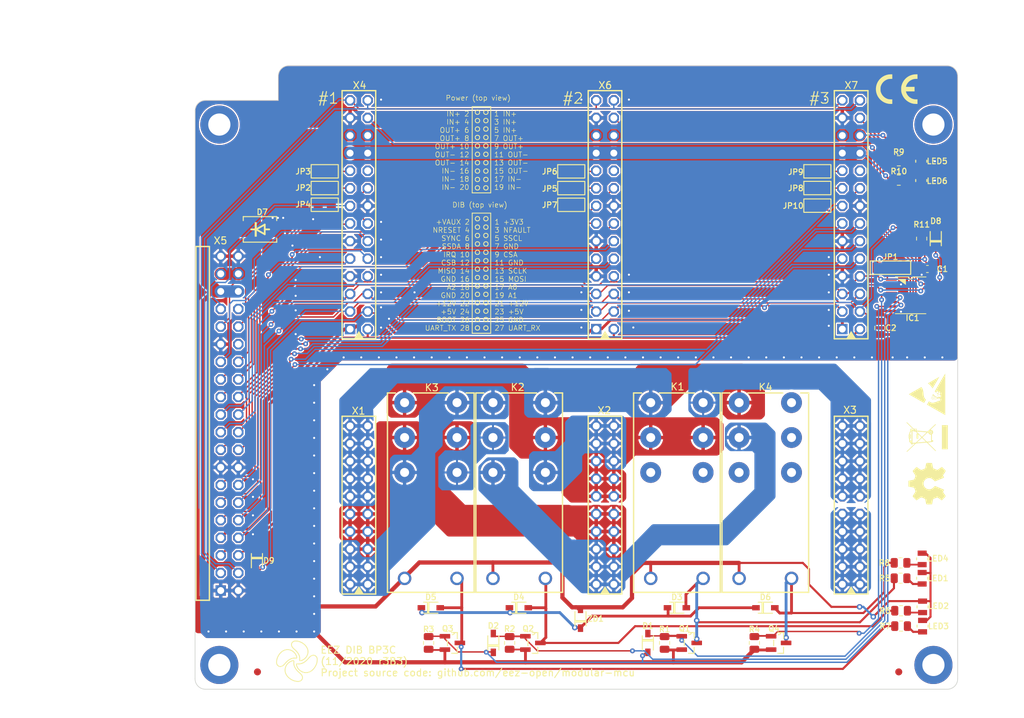
<source format=kicad_pcb>
(kicad_pcb (version 20221018) (generator pcbnew)
  (layers (0 "F.Cu" signal) (31 "B.Cu" signal) (34 "B.Paste" user) (35 "F.Paste" user) (36 "B.SilkS" user "B.Silkscreen") (37 "F.SilkS" user "F.Silkscreen") (38 "B.Mask" user) (39 "F.Mask" user) (44 "Edge.Cuts" user))
  (net 0 "")
  (net 1 "Net-(K1A-C2)")
  (net 2 "Net-(K3A-C2)")
  (net 3 "Net-(K4A-C2)")
  (net 4 "Net-(K2A-C2)")
  (net 6 "Net-(IC1-A0)")
  (net 7 "/DIB connectors/~{RESET}")
  (net 8 "/Power output coupling/OUT_SER")
  (net 11 "/Power output coupling/OUT_CGND")
  (net 12 "/Power output coupling/OUT_PAR")
  (net 13 "/DIB connectors/~{MRESET}")
  (net 14 "/Power output coupling/OUT_SRA")
  (net 15 "/Power output coupling/CH2_OUT-")
  (net 16 "/Power output coupling/CH1_OUT-")
  (net 17 "Net-(LED1-PadC)")
  (net 18 "Net-(LED2-PadC)")
  (net 19 "Net-(LED3-PadC)")
  (net 20 "Net-(LED4-PadC)")
  (net 21 "Net-(LED5-PadA)")
  (net 22 "Net-(LED6-PadA)")
  (net 23 "/Power output coupling/CH3-")
  (net 24 "/Power output coupling/CH2_OUT+")
  (net 25 "/Power output coupling/CH1_OUT+")
  (net 26 "/Power output coupling/CH1_IN+")
  (net 27 "/Power output coupling/CH2_IN+")
  (net 28 "/DIB connectors/UART_RX")
  (net 29 "/DIB connectors/UART_TX")
  (net 30 "/DIB connectors/+VAUX")
  (net 31 "/DIB connectors/~{FAULT}")
  (net 32 "/DIB connectors/SPI5_IRQ")
  (net 33 "/DIB connectors/OE_SYNC")
  (net 34 "/DIB connectors/SPI5_CSA")
  (net 35 "/DIB connectors/SPI5_CSB")
  (net 36 "/DIB connectors/SPI5_CLK")
  (net 37 "/DIB connectors/SPI5_MISO")
  (net 38 "/DIB connectors/SPI4_IRQ")
  (net 39 "/DIB connectors/SPI5_MOSI")
  (net 40 "/DIB connectors/SPI4_CSB")
  (net 41 "/DIB connectors/SPI4_CSA")
  (net 42 "/DIB connectors/SPI4_CLK")
  (net 43 "/DIB connectors/SPI4_MISO")
  (net 44 "/DIB connectors/SPI2_IRQ")
  (net 45 "/DIB connectors/SPI4_MOSI")
  (net 46 "/DIB connectors/SPI2_CSB")
  (net 47 "GND")
  (net 48 "+5V")
  (net 49 "+12V")
  (net 50 "+3V3")
  (net 51 "I2C1_SDA")
  (net 52 "I2C1_SCL")
  (net 53 "BOOT1")
  (net 54 "BOOT2")
  (net 55 "BOOT3")
  (net 56 "PROG_RST")
  (net 57 "/DIB connectors/SPI2_CSA")
  (net 58 "/DIB connectors/SPI4_CSC")
  (net 59 "/DIB connectors/SPI2_MISO")
  (net 60 "/DIB connectors/SPI2_CLK")
  (net 61 "/DIB connectors/SPI2_MOSI")
  (net 62 "/DIB connectors/SPI5_CSC")
  (net 67 "Net-(X4-Pin_17)")
  (net 68 "Net-(X4-Pin_18)")
  (net 69 "Net-(X4-Pin_19)")
  (net 71 "/Power output coupling/CH3+")
  (net 72 "Net-(D3-PadC)")
  (net 73 "Net-(X6-Pin_17)")
  (net 74 "Net-(X6-Pin_19)")
  (net 75 "Net-(X6-Pin_18)")
  (net 76 "Net-(X7-Pin_17)")
  (net 77 "Net-(X7-Pin_19)")
  (net 78 "Net-(X7-Pin_18)")
  (net 79 "Net-(K2C-P)")
  (net 80 "Net-(K2B-P)")
  (footprint "PCM_EEZ_unsorted:WEEE logo" (layer "F.Cu") (at 199.0725 113.6015 90)
    (fp_text reference "LOGO4" hide)
    (fp_text value "WEEE logo" hide)
  )
  (footprint "PCM_EEZ_SMD:SOT103P240X110-3N" (layer "F.Cu") (at 164.7786 143.3196)
    (fp_text reference "Q1")
    (fp_text value "2N7002")
  )
  (footprint "Resistor_SMD:R_0805_2012Metric" (layer "F.Cu") (at 195.0046 76.5176)
    (fp_text reference "R10")
    (fp_text value "N.C.")
  )
  (footprint "PCM_EEZ_unsorted:ESD  logo" (layer "F.Cu") (at 199.064468 107.430394 90)
    (fp_text reference "LOGO5" hide)
    (fp_text value "ESD logo" hide)
  )
  (footprint "Resistor_SMD:R_0805_2012Metric" (layer "F.Cu") (at 198.3066 84.9631 90)
    (fp_text reference "R11")
    (fp_text value "10K")
  )
  (footprint "PCM_EEZ_SMD:PW(R-PDSO-G16)" (layer "F.Cu") (at 196.7191 93.1546)
    (fp_text reference "IC1")
    (fp_text value "TCA9534PWR")
  )
  (footprint "Resistor_SMD:R_0805_2012Metric" (layer "F.Cu") (at 195.2586 133.9851 180)
    (fp_text reference "R5")
    (fp_text value "N.C.")
  )
  (footprint "PCM_EEZ_SMD:JP2 shorted" (layer "F.Cu") (at 147.762 77.6686)
    (fp_text reference "JP5")
    (fp_text value "JP2-NOCUT" hide)
  )
  (footprint "Resistor_SMD:R_0805_2012Metric" (layer "F.Cu") (at 195.3348 140.8939 180)
    (fp_text reference "R7")
    (fp_text value "N.C.")
  )
  (footprint "PCM_EEZ_SMD:SOD-323_1P8X1P35_ONS-M" (layer "F.Cu") (at 175.7641 138.2396)
    (fp_text reference "D6")
    (fp_text value "BAS316")
  )
  (footprint "PCM_EEZ_SMD:JP2 shorted" (layer "F.Cu") (at 147.762 80.0816 180)
    (fp_text reference "JP7")
    (fp_text value "JP2-NOCUT" hide)
  )
  (footprint "PCM_EEZ_unsorted:Open HW logo" (layer "F.Cu") (at 199.065572 120.3325 90)
    (fp_text reference "LOGO2" hide)
    (fp_text value "Open HW logo" hide)
  )
  (footprint "PCM_EEZ_unsorted:CE logo" (layer "F.Cu") (at 194.691 63.373)
    (fp_text reference "LOGO1" hide)
    (fp_text value "CR logo" hide)
  )
  (footprint "PCM_EEZ_THT:RT424005" (layer "F.Cu") (at 163.0011 122.5036 90)
    (fp_text reference "K1")
    (fp_text value "RT424005")
  )
  (footprint "PCM_EEZ_SMD:JP2 shorted" (layer "F.Cu") (at 112.2045 75.2475)
    (fp_text reference "JP3")
    (fp_text value "JP2-NOCUT" hide)
  )
  (footprint "PCM_EEZ_THT:Mounting_hole 3.2_5.5mm" (layer "F.Cu") (at 200 146.5)
    (fp_text reference "H4" hide)
    (fp_text value "~" hide)
  )
  (footprint "PCM_EEZ_SMD:LED_LTST-C170KGKT_LTO-L" (layer "F.Cu") (at 198.4376 138.1125 90)
    (fp_text reference "LED2")
    (fp_text value "N.C.")
  )
  (footprint "PCM_EEZ_connectors:TSW-114-07-F-D" (layer "F.Cu") (at 115.86 65 -90)
    (fp_text reference "X4")
    (fp_text value "DS1023-2*14S21")
  )
  (footprint "PCM_EEZ_connectors:TSW-114-07-F-D" (layer "F.Cu") (at 151.36 65 -90)
    (fp_text reference "X6")
    (fp_text value "DS1023-2*14S21")
  )
  (footprint "Resistor_SMD:R_0805_2012Metric" (layer "F.Cu") (at 161.2226 143.3196 90)
    (fp_text reference "R1")
    (fp_text value "100K")
  )
  (footprint "PCM_EEZ_SMD:SOD-323_1P8X1P35_ONS-M" (layer "F.Cu") (at 127.5041 138.2396)
    (fp_text reference "D5")
    (fp_text value "BAS316")
  )
  (footprint "PCM_EEZ_SMD:Fiducial" (layer "F.Cu") (at 102.5 147.5)
    (fp_text reference "FM3" hide)
    (fp_text value "FIDUCIAL" hide)
  )
  (footprint "PCM_EEZ_SMD:SOT103P240X110-3N" (layer "F.Cu") (at 142.2234 143.3196)
    (fp_text reference "Q2")
    (fp_text value "2N7002")
  )
  (footprint "PCM_EEZ_THT:Mounting_hole 3.2_5.5mm" (layer "F.Cu") (at 200 68.5)
    (fp_text reference "H3" hide)
    (fp_text value "~" hide)
  )
  (footprint "PCM_EEZ_THT:RT424005" (layer "F.Cu") (at 140.2511 122.5036 90)
    (fp_text reference "K2")
    (fp_text value "RT424005")
  )
  (footprint "Resistor_SMD:R_0805_2012Metric" (layer "F.Cu") (at 127.1866 143.3196 90)
    (fp_text reference "R3")
    (fp_text value "100K")
  )
  (footprint "Resistor_SMD:R_0805_2012Metric" (layer "F.Cu") (at 195.0046 73.7236)
    (fp_text reference "R9")
    (fp_text value "N.C.")
  )
  (footprint "PCM_EEZ_connectors:77313-802-20LF" (layer "F.Cu") (at 115.86 112 -90)
    (fp_text reference "X1")
    (fp_text value "77313-802-20LF")
  )
  (footprint "PCM_EEZ_connectors:77313-802-20LF" (layer "F.Cu") (at 186.86 112 -90)
    (fp_text reference "X3")
    (fp_text value "77313-802-20LF")
  )
  (footprint "PCM_EEZ_SMD:JP2 open" (layer "F.Cu") (at 183.261 77.6605)
    (fp_text reference "JP8")
    (fp_text value "JP2-CUT" hide)
  )
  (footprint "PCM_EEZ_SMD:LED_LTST-C170KGKT_LTO-L" (layer "F.Cu") (at 198.3741 131.191 90)
    (fp_text reference "LED4")
    (fp_text value "N.C.")
  )
  (footprint "PCM_EEZ_SMD:Fiducial" (layer "F.Cu") (at 200.5 62.5)
    (fp_text reference "FM4" hide)
    (fp_text value "FIDUCIAL" hide)
  )
  (footprint "PCM_EEZ_connectors:77313-802-20LF" (layer "F.Cu") (at 151.36 112 -90)
    (fp_text reference "X2")
    (fp_text value "77313-802-20LF")
  )
  (footprint "PCM_EEZ_SMD:LED_LTST-C170KGKT_LTO-L" (layer "F.Cu") (at 198.247 73.787 -90)
    (fp_text reference "LED5")
    (fp_text value "N.C.")
  )
  (footprint "PCM_EEZ_SMD:SOD-323_1P8X1P35_ONS-M" (layer "F.Cu") (at 140.2041 138.2396)
    (fp_text reference "D4")
    (fp_text value "BAS316")
  )
  (footprint "PCM_EEZ_SMD:Fiducial" (layer "F.Cu") (at 108 62.5)
    (fp_text reference "FM1" hide)
    (fp_text value "FIDUCIAL" hide)
  )
  (footprint "PCM_EEZ_SMD:JP3 shorted" (layer "F.Cu") (at 193.802 89.154)
    (fp_text reference "JP1")
    (fp_text value "JP3-CUT" hide)
  )
  (footprint "PCM_EEZ_THT:RT424005" (layer "F.Cu") (at 127.5011 122.5036 90)
    (fp_text reference "K3")
    (fp_text value "RT424005")
  )
  (footprint "PCM_EEZ_SMD:SOD-323_1P8X1P35_ONS-M" (layer "F.Cu") (at 200.3386 84.9631 90)
    (fp_text reference "D8")
    (fp_text value "BAS316")
  )
  (footprint "PCM_EEZ_SMD:JP2 open" (layer "F.Cu") (at 183.261 75.2475)
    (fp_text reference "JP9")
    (fp_text value "JP2-CUT" hide)
  )
  (footprint "PCM_EEZ_SMD:SOD-323_1P8X1P35_ONS-M" (layer "F.Cu") (at 149.0941 139.8271 90)
    (fp_text reference "ZD1")
    (fp_text value "MM3Z18VT1G")
  )
  (footprint "Resistor_SMD:R_0805_2012Metric" (layer "F.Cu") (at 195.2586 131.7626 180)
    (fp_text reference "R8")
    (fp_text value "N.C.")
  )
  (footprint "PCM_EEZ_SMD:SOD-323_1P8X1P35_ONS-M" (layer "F.Cu") (at 158.8096 143.3196 -90)
    (fp_text reference "D1")
    (fp_text value "N.C.")
  )
  (footprint "PCM_EEZ_unsorted:EEZ logo (outline 6mm)" (layer "F.Cu") (at 108.1837 145.959551)
    (fp_text reference "LOGO3" hide)
    (fp_text value "EEZ logo" hide)
  )
  (footprint "PCM_EEZ_SMD:SOT103P240X110-3N" (layer "F.Cu") (at 177.6691 143.3196)
    (fp_text reference "Q4")
    (fp_text value "2N7002")
  )
  (footprint "PCM_EEZ_SMD:JP2 shorted" (layer "F.Cu") (at 112.2045 80.0735 180)
    (fp_text reference "JP4")
    (fp_text value "JP2-NOCUT" hide)
  )
  (footprint "PCM_EEZ_SMD:SOD-323_1P8X1P35_ONS-M" (layer "F.Cu") (at 136.5211 143.3196 90)
    (fp_text reference "D2")
    (fp_text value "N.C.")
  )
  (footprint "PCM_EEZ_SMD:LED_LTST-C170KGKT_LTO-L" (layer "F.Cu") (at 198.3741 133.9851 90)
    (fp_text reference "LED1")
    (fp_text value "N.C.")
  )
  (footprint "PCM_EEZ_SMD:LED_LTST-C170KGKT_LTO-L" (layer "F.Cu") (at 198.4376 140.8939 90)
    (fp_text reference "LED3")
    (fp_text value "N.C.")
  )
  (footprint "PCM_EEZ_SMD:LED_LTST-C170KGKT_LTO-L" (layer "F.Cu") (at 198.247 76.581 -90)
    (fp_text reference "LED6")
    (fp_text value "N.C.")
  )
  (footprint "PCM_EEZ_SMD:DO214AA" (layer "F.Cu") (at 102.8661 83.6296)
    (fp_text reference "D7")
    (fp_text value "N.C.")
  )
  (footprint "PCM_EEZ_SMD:SOD-323_1P8X1P35_ONS-M" (layer "F.Cu") (at 163.0006 138.2396)
    (fp_text reference "D3")
    (fp_text value "BAS316")
  )
  (footprint "PCM_EEZ_THT:Mounting_hole 3.2_5.5mm" (layer "F.Cu") (at 97 68.5)
    (fp_text reference "H1" hide)
    (fp_text value "~" hide)
  )
  (footprint "PCM_EEZ_SMD:JP2 shorted" (layer "F.Cu") (at 183.261 80.2005 180)
    (fp_text reference "JP10")
    (fp_text value "JP2-NOCUT" hide)
  )
  (footprint "PCM_EEZ_SMD:SOT103P240X110-3N" (layer "F.Cu") (at 130.6156 143.3196)
    (fp_text reference "Q3")
    (fp_text value "2N7002")
  )
  (footprint "PCM_EEZ_SMD:JP2 open" (layer "F.Cu") (at 147.762 75.2556)
    (fp_text reference "JP6")
    (fp_text value "JP2-CUT" hide)
  )
  (footprint "Capacitor_SMD:C_0805_2012Metric" (layer "F.Cu") (at 192.2741 97.8536 -90)
    (fp_text reference "C2")
    (fp_text value "1n")
  )
  (footprint "Resistor_SMD:R_0805_2012Metric" (layer "F.Cu") (at 174.1766 143.3196 90)
    (fp_text reference "R4")
    (fp_text value "100K")
  )
  (footprint "Resistor_SMD:R_0805_2012Metric" (layer "F.Cu") (at 195.3348 138.6714 180)
    (fp_text reference "R6")
    (fp_text value "N.C.")
  )
  (footprint "PCM_EEZ_SMD:JP2 open" (layer "F.Cu") (at 112.2045 77.6605)
    (fp_text reference "JP2")
    (fp_text value "JP2-CUT" hide)
  )
  (footprint "PCM_EEZ_SMD:SOD-323_1P8X1P35_ONS-M" (layer "F.Cu") (at 102.4216 131.4451 -90)
    (fp_text reference "D9")
    (fp_text value "BAS316")
  )
  (footprint "Resistor_SMD:R_0805_2012Metric" (layer "F.Cu") (at 138.8706 143.3196 90)
    (fp_text reference "R2")
    (fp_text value "100K")
  )
  (footprint "PCM_EEZ_THT:RT424005" (layer "F.Cu") (at 175.7511 122.5036 90)
    (fp_text reference "K4")
    (fp_text value "RT424005")
  )
  (footprint "PCM_EEZ_connectors:TSW-114-07-F-D" (layer "F.Cu") (at 186.86 65 -90)
    (fp_text reference "X7")
    (fp_text value "DS1023-2*14S21")
  )
  (footprint "PCM_EEZ_SMD:Fiducial" (layer "F.Cu") (at 195 147.5)
    (fp_text reference "FM2" hide)
    (fp_text value "FIDUCIAL" hide)
  )
  (footprint "PCM_EEZ_THT:Mounting_hole 3.2_5.5mm" (layer "F.Cu") (at 97 146.5)
    (fp_text reference "H2" hide)
    (fp_text value "~" hide)
  )
  (footprint "Capacitor_SMD:C_0603_1608Metric" (layer "F.Cu") (at 199.1321 89.3446 180)
    (fp_text reference "C1")
    (fp_text value "100n")
  )
  (footprint "PCM_EEZ_connectors:68020-140HLF" (layer "F.Cu") (at 97.2 87.5 -90)
    (fp_text reference "X5")
    (fp_text value "68020-140HLF")
  )
  (gr_circle (center 135.4455 97.8535) (end 135.128 97.8535) (stroke (width 0.127)) (fill none) (layer "F.SilkS"))
  (gr_line (start 136.144 65.913) (end 133.477 65.913) (stroke (width 0.127)) (layer "F.SilkS"))
  (gr_circle (center 135.4455 91.78925) (end 135.128 91.78925) (stroke (width 0.127)) (fill none) (layer "F.SilkS"))
  (gr_circle (center 135.4455 77.6351) (end 135.128 77.6351) (stroke (width 0.127)) (fill none) (layer "F.SilkS"))
  (gr_circle (center 134.23265 86.93785) (end 133.91515 86.93785) (stroke (width 0.127)) (fill none) (layer "F.SilkS"))
  (gr_circle (center 134.23265 85.725) (end 133.91515 85.725) (stroke (width 0.127)) (fill none) (layer "F.SilkS"))
  (gr_circle (center 134.23265 94.21495) (end 133.91515 94.21495) (stroke (width 0.127)) (fill none) (layer "F.SilkS"))
  (gr_circle (center 135.4455 82.08645) (end 135.128 82.08645) (stroke (width 0.127)) (fill none) (layer "F.SilkS"))
  (gr_circle (center 134.23265 76.42225) (end 133.91515 76.42225) (stroke (width 0.127)) (fill none) (layer "F.SilkS"))
  (gr_circle (center 134.23265 72.7837) (end 133.91515 72.7837) (stroke (width 0.127)) (fill none) (layer "F.SilkS"))
  (gr_circle (center 135.4455 93.0021) (end 135.128 93.0021) (stroke (width 0.127)) (fill none) (layer "F.SilkS"))
  (gr_circle (center 135.4455 90.5764) (end 135.128 90.5764) (stroke (width 0.127)) (fill none) (layer "F.SilkS"))
  (gr_circle (center 135.4455 89.36355) (end 135.128 89.36355) (stroke (width 0.127)) (fill none) (layer "F.SilkS"))
  (gr_circle (center 135.4455 88.1507) (end 135.128 88.1507) (stroke (width 0.127)) (fill none) (layer "F.SilkS"))
  (gr_circle (center 135.4455 83.2993) (end 135.128 83.2993) (stroke (width 0.127)) (fill none) (layer "F.SilkS"))
  (gr_circle (center 134.23265 84.51215) (end 133.91515 84.51215) (stroke (width 0.127)) (fill none) (layer "F.SilkS"))
  (gr_line (start 133.477 78.359) (end 133.477 65.913) (stroke (width 0.127)) (layer "F.SilkS"))
  (gr_line (start 136.144 81.28) (end 133.477 81.28) (stroke (width 0.127)) (layer "F.SilkS"))
  (gr_line (start 136.144 78.359) (end 133.477 78.359) (stroke (width 0.127)) (layer "F.SilkS"))
  (gr_circle (center 134.23265 71.57085) (end 133.91515 71.57085) (stroke (width 0.127)) (fill none) (layer "F.SilkS"))
  (gr_circle (center 135.4455 72.7837) (end 135.128 72.7837) (stroke (width 0.127)) (fill none) (layer "F.SilkS"))
  (gr_line (start 136.144 98.6155) (end 136.144 81.28) (stroke (width 0.127)) (layer "F.SilkS"))
  (gr_circle (center 135.4455 94.21495) (end 135.128 94.21495) (stroke (width 0.127)) (fill none) (layer "F.SilkS"))
  (gr_line (start 136.144 98.6155) (end 133.477 98.6155) (stroke (width 0.127)) (layer "F.SilkS"))
  (gr_circle (center 134.23265 77.6351) (end 133.91515 77.6351) (stroke (width 0.127)) (fill none) (layer "F.SilkS"))
  (gr_circle (center 135.4455 86.93785) (end 135.128 86.93785) (stroke (width 0.127)) (fill none) (layer "F.SilkS"))
  (gr_circle (center 134.23265 70.358) (end 133.91515 70.358) (stroke (width 0.127)) (fill none) (layer "F.SilkS"))
  (gr_circle (center 134.23265 88.1507) (end 133.91515 88.1507) (stroke (width 0.127)) (fill none) (layer "F.SilkS"))
  (gr_circle (center 135.4455 71.57085) (end 135.128 71.57085) (stroke (width 0.127)) (fill none) (layer "F.SilkS"))
  (gr_circle (center 135.4455 69.14515) (end 135.128 69.14515) (stroke (width 0.127)) (fill none) (layer "F.SilkS"))
  (gr_circle (center 134.23265 83.2993) (end 133.91515 83.2993) (stroke (width 0.127)) (fill none) (layer "F.SilkS"))
  (gr_circle (center 135.4455 95.4278) (end 135.128 95.4278) (stroke (width 0.127)) (fill none) (layer "F.SilkS"))
  (gr_circle (center 135.4455 85.725) (end 135.128 85.725) (stroke (width 0.127)) (fill none) (layer "F.SilkS"))
  (gr_circle (center 134.23265 89.36355) (end 133.91515 89.36355) (stroke (width 0.127)) (fill none) (layer "F.SilkS"))
  (gr_circle (center 134.23265 67.9323) (end 133.91515 67.9323) (stroke (width 0.127)) (fill none) (layer "F.SilkS"))
  (gr_circle (center 134.23265 91.78925) (end 133.91515 91.78925) (stroke (width 0.127)) (fill none) (layer "F.SilkS"))
  (gr_circle (center 135.4455 75.2094) (end 135.128 75.2094) (stroke (width 0.127)) (fill none) (layer "F.SilkS"))
  (gr_circle (center 135.4455 76.42225) (end 135.128 76.42225) (stroke (width 0.127)) (fill none) (layer "F.SilkS"))
  (gr_circle (center 135.4455 70.358) (end 135.128 70.358) (stroke (width 0.127)) (fill none) (layer "F.SilkS"))
  (gr_line (start 136.144 78.359) (end 136.144 65.913) (stroke (width 0.127)) (layer "F.SilkS"))
  (gr_circle (center 135.4455 96.64065) (end 135.128 96.64065) (stroke (width 0.127)) (fill none) (layer "F.SilkS"))
  (gr_circle (center 134.23265 69.14515) (end 133.91515 69.14515) (stroke (width 0.127)) (fill none) (layer "F.SilkS"))
  (gr_circle (center 135.4455 73.99655) (end 135.128 73.99655) (stroke (width 0.127)) (fill none) (layer "F.SilkS"))
  (gr_circle (center 134.23265 93.0021) (end 133.91515 93.0021) (stroke (width 0.127)) (fill none) (layer "F.SilkS"))
  (gr_circle (center 135.4455 67.9323) (end 135.128 67.9323) (stroke (width 0.127)) (fill none) (layer "F.SilkS"))
  (gr_circle (center 134.23265 95.4278) (end 133.91515 95.4278) (stroke (width 0.127)) (fill none) (layer "F.SilkS"))
  (gr_circle (center 134.23265 90.5764) (end 133.91515 90.5764) (stroke (width 0.127)) (fill none) (layer "F.SilkS"))
  (gr_circle (center 135.4455 66.71945) (end 135.128 66.71945) (stroke (width 0.127)) (fill none) (layer "F.SilkS"))
  (gr_line (start 133.477 98.6155) (end 133.477 81.28) (stroke (width 0.127)) (layer "F.SilkS"))
  (gr_circle (center 134.23265 96.64065) (end 133.91515 96.64065) (stroke (width 0.127)) (fill none) (layer "F.SilkS"))
  (gr_circle (center 134.23265 73.99655) (end 133.91515 73.99655) (stroke (width 0.127)) (fill none) (layer "F.SilkS"))
  (gr_circle (center 134.23265 82.08645) (end 133.91515 82.08645) (stroke (width 0.127)) (fill none) (layer "F.SilkS"))
  (gr_circle (center 134.23265 66.71945) (end 133.91515 66.71945) (stroke (width 0.127)) (fill none) (layer "F.SilkS"))
  (gr_circle (center 135.4455 84.51215) (end 135.128 84.51215) (stroke (width 0.127)) (fill none) (layer "F.SilkS"))
  (gr_circle (center 134.23265 97.8535) (end 133.91515 97.8535) (stroke (width 0.127)) (fill none) (layer "F.SilkS"))
  (gr_circle (center 134.23265 75.2094) (end 133.91515 75.2094) (stroke (width 0.127)) (fill none) (layer "F.SilkS"))
  (gr_line (start 203.5011 148.5036) (end 203.5011 61.5036) (stroke (width 0.1)) (layer "Edge.Cuts"))
  (gr_arc (start 105.5011 61.5036) (mid 105.94044 60.44294) (end 107.0011 60.0036) (stroke (width 0.1)) (layer "Edge.Cuts"))
  (gr_line (start 93.5011 66.5036) (end 93.5011 148.5036) (stroke (width 0.1)) (layer "Edge.Cuts"))
  (gr_arc (start 93.5011 66.5036) (mid 93.94044 65.44294) (end 95.0011 65.0036) (stroke (width 0.1)) (layer "Edge.Cuts"))
  (gr_arc (start 203.5011 148.5036) (mid 203.06176 149.56426) (end 202.0011 150.0036) (stroke (width 0.1)) (layer "Edge.Cuts"))
  (gr_arc (start 95.0011 150.0036) (mid 93.94044 149.56426) (end 93.5011 148.5036) (stroke (width 0.1)) (layer "Edge.Cuts"))
  (gr_line (start 95.0011 150.0036) (end 202.0011 150.0036) (stroke (width 0.1)) (layer "Edge.Cuts"))
  (gr_line (start 202.0011 60.0036) (end 107.0011 60.0036) (stroke (width 0.1)) (layer "Edge.Cuts"))
  (gr_line (start 105.5011 61.5036) (end 105.5011 65.0036) (stroke (width 0.1)) (layer "Edge.Cuts"))
  (gr_arc (start 202.0011 60.0036) (mid 203.06176 60.44294) (end 203.5011 61.5036) (stroke (width 0.1)) (layer "Edge.Cuts"))
  (gr_line (start 105.5011 65.0036) (end 95.0011 65.0036) (stroke (width 0.1)) (layer "Edge.Cuts"))
  (gr_text "#2" (at 146.4271 65.6036) (layer "F.SilkS") (effects (font (size 1.524 1.524) (thickness 0.1524)) (justify left bottom)))
  (gr_text "DIB (top view)" (at 130.556 80.518) (layer "F.SilkS") (effects (font (size 0.73152 0.73152) (thickness 0.08128)) (justify left bottom)))
  (gr_text "1 +3V3\n3 NFAULT\n5 SSCL\n7 GND\n9 CSA\n11 GND\n13 SCLK\n15 MOSI\n17 A0\n19 A1\n21 +12V\n23 +5V\n25 GND\n27 UART_RX" (at 136.652 98.298) (layer "F.SilkS") (effects (font (size 0.73152 0.73152) (thickness 0.08128)) (justify left bottom)))
  (gr_text "EEZ DIB BP3C\n(11/2020 r3B3)\nProject source code: github.com/eez-open/modular-mcu" (at 111.506 148.209) (layer "F.SilkS") (effects (font (size 1.016 1.016) (thickness 0.1524)) (justify left bottom)))
  (gr_text "+VAUX 2\nNRESET 4\nSYNC 6\nSSDA 8\nIRQ 10\nCSB 12\nMISO 14\nGND 16\nA2 18\nGND 20\n+12V 22\n+5V 24\nBOOT 26\nUART_TX 28" (at 133.1595 98.298) (layer "F.SilkS") (effects (font (size 0.73152 0.73152) (thickness 0.08128)) (justify right bottom)))
  (gr_text "Power (top view)" (at 129.6035 65.0875) (layer "F.SilkS") (effects (font (size 0.73152 0.73152) (thickness 0.08128)) (justify left bottom)))
  (gr_text "#3" (at 181.9871 65.6036) (layer "F.SilkS") (effects (font (size 1.524 1.524) (thickness 0.1524)) (justify left bottom)))
  (gr_text "IN+ 2\nIN+ 4\nOUT+ 6\nOUT+ 8\nOUT+ 10\nOUT- 12\nOUT- 14\nIN- 16\nIN- 18\nIN- 20" (at 133.096 77.978) (layer "F.SilkS") (effects (font (size 0.73152 0.73152) (thickness 0.08128)) (justify right bottom)))
  (gr_text "#1" (at 111.1211 65.6036) (layer "F.SilkS") (effects (font (size 1.524 1.524) (thickness 0.1524)) (justify left bottom)))
  (gr_text "1 IN+\n3 IN+\n5 IN+\n7 OUT+\n9 OUT+\n11 OUT-\n13 OUT-\n15 OUT-\n17 IN-\n19 IN-" (at 136.5885 77.978) (layer "F.SilkS") (effects (font (size 0.73152 0.73152) (thickness 0.08128)) (justify left bottom)))
  (segment (start 164.3006 136.3141) (end 166.7811 133.8336) (width 0.4064) (layer "F.Cu") (net 1))
  (segment (start 189.39693 140.3351) (end 166.1121 140.3351) (width 0.3048) (layer "F.Cu") (net 1))
  (segment (start 194.3086 135.42343) (end 189.39693 140.3351) (width 0.3048) (layer "F.Cu") (net 1))
  (segment (start 166.1121 140.3351) (end 165.8581 140.0811) (width 0.3048) (layer "F.Cu") (net 1))
  (segment (start 164.3006 138.2396) (end 164.3006 136.3141) (width 0.4064) (layer "F.Cu") (net 1))
  (segment (start 194.3086 133.9851) (end 194.3086 135.42343) (width 0.3048) (layer "F.Cu") (net 1))
  (segment (start 165.8581 143.3196) (end 165.8581 142.7481) (width 0.4064) (layer "F.Cu") (net 1))
  (via (at 165.8581 142.7481) (size 0.8064) (drill 0.4) (layers "F.Cu" "B.Cu") (net 1))
  (via (at 165.8581 140.0811) (size 0.8064) (drill 0.4) (layers "F.Cu" "B.Cu") (net 1))
  (segment (start 165.8581 134.7526) (end 166.7811 133.8336) (width 0.4064) (layer "B.Cu") (net 1))
  (segment (start 165.8581 142.7481) (end 165.8581 140.0811) (width 0.4064) (layer "B.Cu") (net 1))
  (segment (start 165.8581 140.0811) (end 165.8581 134.7526) (width 0.4064) (layer "B.Cu") (net 1))
  (segment (start 128.8041 138.2396) (end 131.9671 138.2396) (width 0.4064) (layer "F.Cu") (net 2))
  (segment (start 131.9671 143.2889) (end 131.7258 143.2889) (width 0.3048) (layer "F.Cu") (net 2))
  (segment (start 131.8856 143.5101) (end 131.6951 143.3196) (width 0.3048) (layer "F.Cu") (net 2))
  (segment (start 186.9401 147.0661) (end 131.8856 147.0661) (width 0.3048) (layer "F.Cu") (net 2))
  (segment (start 194.3848 140.8939) (end 193.1123 140.8939) (width 0.3048) (layer "F.Cu") (net 2))
  (segment (start 131.9671 134.4816) (end 131.2811 133.8336) (width 0.4064) (layer "F.Cu") (net 2))
  (segment (start 131.9671 143.2889) (end 131.9671 138.2396) (width 0.4064) (layer "F.Cu") (net 2))
  (segment (start 131.7258 143.2889) (end 131.6951 143.3196) (width 0.3048) (layer "F.Cu") (net 2))
  (segment (start 131.8856 143.8911) (end 131.8856 143.5101) (width 0.3048) (layer "F.Cu") (net 2))
  (segment (start 193.1123 140.8939) (end 186.9401 147.0661) (width 0.3048) (layer "F.Cu") (net 2))
  (segment (start 131.9671 138.2396) (end 131.9671 134.4816) (width 0.4064) (layer "F.Cu") (net 2))
  (via (at 131.8856 143.8911) (size 0.7064) (drill 0.3) (layers "F.Cu" "B.Cu") (net 2))
  (via (at 131.8856 147.0661) (size 0.7064) (drill 0.3) (layers "F.Cu" "B.Cu") (net 2))
  (segment (start 131.8856 147.0661) (end 131.8856 143.8911) (width 0.3048) (layer "B.Cu") (net 2))
  (segment (start 179.5106 139.0016) (end 177.8261 139.0016) (width 0.4064) (layer "F.Cu") (net 3))
  (segment (start 178.7486 143.3196) (end 178.7486 142.5576) (width 0.4064) (layer "F.Cu") (net 3))
  (segment (start 179.5286 139.0016) (end 179.5106 139.0016) (width 0.4064) (layer "F.Cu") (net 3))
  (segment (start 194.3086 131.7626) (end 193.5441 131.7626) (width 0.3048) (layer "F.Cu") (net 3))
  (segment (start 179.5311 133.8336) (end 179.5311 138.9811) (width 0.4064) (layer "F.Cu") (net 3))
  (segment (start 179.5311 138.9811) (end 179.5106 139.0016) (width 0.4064) (layer "F.Cu") (net 3))
  (segment (start 192.9091 132.3976) (end 192.9091 135.98725) (width 0.3048) (layer "F.Cu") (net 3))
  (segment (start 192.9091 135.98725) (end 189.89475 139.0016) (width 0.3048) (layer "F.Cu") (net 3))
  (segment (start 189.89475 139.0016) (end 179.5286 139.0016) (width 0.3048) (layer "F.Cu") (net 3))
  (segment (start 193.5441 131.7626) (end 192.9091 132.3976) (width 0.3048) (layer "F.Cu") (net 3))
  (segment (start 177.8261 139.0016) (end 177.0641 138.2396) (width 0.4064) (layer "F.Cu") (net 3))
  (via (at 178.7486 142.5576) (size 0.8064) (drill 0.4) (layers "F.Cu" "B.Cu") (net 3))
  (segment (start 178.7486 142.5576) (end 178.7486 134.6161) (width 0.4064) (layer "B.Cu") (net 3))
  (segment (start 178.7486 134.6161) (end 179.5311 133.8336) (width 0.4064) (layer "B.Cu") (net 3))
  (segment (start 144.0956 133.9101) (end 144.0311 133.8336) (width 0.4064) (layer "F.Cu") (net 4))
  (segment (start 141.5041 138.2396) (end 143.9686 138.2396) (width 0.4064) (layer "F.Cu") (net 4))
  (segment (start 143.3029 143.3196) (end 144.0956 142.5269) (width 0.4064) (layer "F.Cu") (net 4))
  (segment (start 143.9686 138.2396) (end 144.0956 138.3666) (width 0.4064) (layer "F.Cu") (net 4))
  (segment (start 191.1946 140.9066) (end 156.9681 140.9066) (width 0.3048) (layer "F.Cu") (net 4))
  (segment (start 143.3029 143.3196) (end 154.5551 143.3196) (width 0.3048) (layer "F.Cu") (net 4))
  (segment (start 156.9681 140.9066) (end 154.5551 143.3196) (width 0.3048) (layer "F.Cu") (net 4))
  (segment (start 193.4171 138.6841) (end 191.1946 140.9066) (width 0.3048) (layer "F.Cu") (net 4))
  (segment (start 144.0956 138.3666) (end 144.0956 133.9101) (width 0.4064) (layer "F.Cu") (net 4))
  (segment (start 144.0956 142.5269) (end 144.0956 138.3666) (width 0.4064) (layer "F.Cu") (net 4))
  (segment (start 194.3721 138.6841) (end 194.3848 138.6714) (width 0.3048) (layer "F.Cu") (net 4))
  (segment (start 193.4171 138.6841) (end 194.3721 138.6841) (width 0.3048) (layer "F.Cu") (net 4))
  (segment (start 193.3536 90.8051) (end 193.2901 90.8686) (width 0.2032) (layer "F.Cu") (net 6))
  (segment (start 193.9051 90.8686) (end 193.9191 90.8546) (width 0.2032) (layer "F.Cu") (net 6))
  (segment (start 193.2901 90.8686) (end 193.9051 90.8686) (width 0.2032) (layer "F.Cu") (net 6))
  (segment (start 193.3536 89.1541) (end 193.3536 90.8051) (width 0.2032) (layer "F.Cu") (net 6))
  (segment (start 197.6691 83.3756) (end 198.3066 84.0131) (width 0.2032) (layer "F.Cu") (net 7))
  (segment (start 122.9956 96.7186) (end 152.1421 96.7186) (width 0.2032) (layer "F.Cu") (net 7))
  (segment (start 102.4216 132.7451) (end 102.1976 132.7451) (width 0.2032) (layer "F.Cu") (net 7))
  (segment (start 192.2741 96.9036) (end 191.3241 96.9036) (width 0.2032) (layer "F.Cu") (net 7))
  (segment (start 194.1791 83.3756) (end 197.6691 83.3756) (width 0.2032) (layer "F.Cu") (net 7))
  (segment (start 191.3241 96.9036) (end 189.8641 95.4436) (width 0.2032) (layer "F.Cu") (net 7))
  (segment (start 198.6566 83.6631) (end 198.3066 84.0131) (width 0.2032) (layer "F.Cu") (net 7))
  (segment (start 198.3041 84.2011) (end 198.3066 84.0131) (width 0.2032) (layer "F.Cu") (net 7))
  (segment (start 153.4171 95.4436) (end 153.9011 95.4436) (width 0.2032) (layer "F.Cu") (net 7))
  (segment (start 122.9956 96.7186) (end 121.9796 95.7026) (width 0.2032) (layer "F.Cu") (net 7))
  (segment (start 152.1421 96.7186) (end 153.4171 95.4436) (width 0.2032) (layer "F.Cu") (net 7))
  (segment (start 189.4011 95.4436) (end 189.8641 95.4436) (width 0.2032) (layer "F.Cu") (net 7))
  (segment (start 102.8996 132.7451) (end 103.2471 132.3976) (width 0.2032) (layer "F.Cu") (net 7))
  (segment (start 118.7361 95.4436) (end 118.4011 95.4436) (width 0.2032) (layer "F.Cu") (net 7))
  (segment (start 175.3831 94.6786) (end 175.6371 94.9326) (width 0.2032) (layer "F.Cu") (net 7))
  (segment (start 154.6661 94.6786) (end 153.9011 95.4436) (width 0.2032) (layer "F.Cu") (net 7))
  (segment (start 118.7361 95.4436) (end 118.9951 95.7026) (width 0.2032) (layer "F.Cu") (net 7))
  (segment (start 200.3386 83.6631) (end 198.6566 83.6631) (width 0.2032) (layer "F.Cu") (net 7))
  (segment (start 121.9796 95.7026) (end 118.9951 95.7026) (width 0.2032) (layer "F.Cu") (net 7))
  (segment (start 175.3831 94.6786) (end 154.6661 94.6786) (width 0.2032) (layer "F.Cu") (net 7))
  (segment (start 198.6566 83.8536) (end 198.3066 84.0131) (width 0.2032) (layer "F.Cu") (net 7))
  (segment (start 102.4216 132.7451) (end 102.8996 132.7451) (width 0.2032) (layer "F.Cu") (net 7))
  (via (at 175.6371 94.9326) (size 0.7064) (drill 0.3) (layers "F.Cu" "B.Cu") (net 7))
  (via (at 103.2471 132.3976) (size 0.7064) (drill 0.3) (layers "F.Cu" "B.Cu") (net 7))
  (via (at 194.1791 83.3756) (size 0.7064) (drill 0.3) (layers "F.Cu" "B.Cu") (net 7))
  (segment (start 191.0676 86.4871) (end 194.1791 83.3756) (width 0.2032) (layer "B.Cu") (net 7))
  (segment (start 176.3991 94.1706) (end 175.6371 94.9326) (width 0.2032) (layer "B.Cu") (net 7))
  (segment (start 189.4011 95.4436) (end 189.4011 95.2021) (width 0.2032) (layer "B.Cu") (net 7))
  (segment (start 191.0676 93.5356) (end 191.0676 86.4871) (width 0.2032) (layer "B.Cu") (net 7))
  (segment (start 189.4011 95.4436) (end 189.3561 95.4436) (width 0.2032) (layer "B.Cu") (net 7))
  (segment (start 104.3901 131.2546) (end 103.2471 132.3976) (width 0.2032) (layer "B.Cu") (net 7))
  (segment (start 189.4011 95.2021) (end 191.0676 93.5356) (width 0.2032) (layer "B.Cu") (net 7))
  (segment (start 104.3901 101.0921) (end 104.3901 131.2546) (width 0.2032) (layer "B.Cu") (net 7))
  (segment (start 188.0831 94.1706) (end 176.3991 94.1706) (width 0.2032) (layer "B.Cu") (net 7))
  (segment (start 108.7716 96.7106) (end 104.3901 101.0921) (width 0.2032) (layer "B.Cu") (net 7))
  (segment (start 189.3561 95.4436) (end 188.0831 94.1706) (width 0.2032) (layer "B.Cu") (net 7))
  (segment (start 116.4551 96.7106) (end 108.7716 96.7106) (width 0.2032) (layer "B.Cu") (net 7))
  (segment (start 117.7221 95.4436) (end 116.4551 96.7106) (width 0.2032) (layer "B.Cu") (net 7))
  (segment (start 118.4011 95.4436) (end 117.7221 95.4436) (width 0.2032) (layer "B.Cu") (net 7))
  (segment (start 158.8096 144.6196) (end 158.589 144.6196) (width 0.2032) (layer "F.Cu") (net 8))
  (segment (start 127.2393 142.3544) (end 127.1866 142.4071) (width 0.2) (layer "F.Cu") (net 8))
  (segment (start 129.5361 142.3544) (end 127.2393 142.3544) (width 0.2) (layer "F.Cu") (net 8))
  (segment (start 193.9191 94.1046) (end 194.8751 94.1046) (width 0.2032) (layer "F.Cu") (net 8))
  (segment (start 129.5361 142.3036) (end 129.5361 142.7481) (width 0.2032) (layer "F.Cu") (net 8))
  (segment (start 129.5361 142.7481) (end 131.4076 144.6196) (width 0.2032) (layer "F.Cu") (net 8))
  (segment (start 131.4076 144.6196) (end 135.4716 144.6196) (width 0.2032) (layer "F.Cu") (net 8))
  (segment (start 158.589 144.6196) (end 158.0476 145.161) (width 0.2032) (layer "F.Cu") (net 8))
  (segment (start 135.4716 144.6196) (end 135.5051 144.6531) (width 0.2032) (layer "F.Cu") (net 8))
  (segment (start 136.5211 144.6196) (end 135.5386 144.6196) (width 0.2032) (layer "F.Cu") (net 8))
  (segment (start 127.2399 142.3036) (end 127.1866 142.3696) (width 0.254) (layer "F.Cu") (net 8))
  (segment (start 135.5386 144.6196) (end 135.5051 144.6531) (width 0.2032) (layer "F.Cu") (net 8))
  (segment (start 194.8751 94.1046) (end 195.3221 94.5516) (width 0.2032) (layer "F.Cu") (net 8))
  (via (at 135.5051 144.6531) (size 0.7064) (drill 0.3) (layers "F.Cu" "B.Cu") (net 8))
  (via (at 195.3221 94.5516) (size 0.7064) (drill 0.3) (layers "F.Cu" "B.Cu") (net 8))
  (via (at 158.0476 145.161) (size 0.7064) (drill 0.3) (layers "F.Cu" "B.Cu") (net 8))
  (segment (start 193.4171 140.21) (end 193.4171 96.0775) (width 0.2032) (layer "B.Cu") (net 8))
  (segment (start 193.4171 96.0775) (end 194.943 94.5516) (width 0.2032) (layer "B.Cu") (net 8))
  (segment (start 187.5135 146.1136) (end 193.4171 140.21) (width 0.2032) (layer "B.Cu") (net 8))
  (segment (start 136.9656 146.1136) (end 158.0476 146.1136) (width 0.2032) (layer "B.Cu") (net 8))
  (segment (start 135.5051 144.6531) (end 136.9656 146.1136) (width 0.2032) (layer "B.Cu") (net 8))
  (segment (start 158.0476 146.1136) (end 158.0476 145.2881) (width 0.2032) (layer "B.Cu") (net 8))
  (segment (start 158.0476 146.1136) (end 187.5135 146.1136) (width 0.2032) (layer "B.Cu") (net 8))
  (segment (start 158.0476 145.2881) (end 158.0476 145.161) (width 0.2032) (layer "B.Cu") (net 8))
  (segment (start 194.943 94.5516) (end 195.3221 94.5516) (width 0.2032) (layer "B.Cu") (net 8))
  (segment (start 161.2251 142.3036) (end 159.0936 142.3036) (width 0.2032) (layer "F.Cu") (net 11))
  (segment (start 163.6991 142.3036) (end 161.2251 142.3036) (width 0.3048) (layer "F.Cu") (net 11))
  (segment (start 159.0936 142.3036) (end 158.8096 142.0196) (width 0.2032) (layer "F.Cu") (net 11))
  (segment (start 192.9416 92.8046) (end 192.5281 93.2181) (width 0.2032) (layer "F.Cu") (net 11))
  (segment (start 193.9191 92.8046) (end 192.9416 92.8046) (width 0.2032) (layer "F.Cu") (net 11))
  (segment (start 163.6991 142.3036) (end 163.6991 142.9386) (width 0.2032) (layer "F.Cu") (net 11))
  (segment (start 192.5281 93.7896) (end 192.5281 93.2181) (width 0.2032) (layer "F.Cu") (net 11))
  (segment (start 161.2251 142.3036) (end 161.2226 142.3696) (width 0.3048) (layer "F.Cu") (net 11))
  (via (at 163.6991 142.9386) (size 0.7064) (drill 0.3) (layers "F.Cu" "B.Cu") (net 11))
  (via (at 192.5281 93.7896) (size 0.7064) (drill 0.3) (layers "F.Cu" "B.Cu") (net 11))
  (segment (start 163.6991 142.9386) (end 165.9851 145.2246) (width 0.2032) (layer "B.Cu") (net 11))
  (segment (start 165.9851 145.2246) (end 187.253028 145.2246) (width 0.2032) (layer "B.Cu") (net 11))
  (segment (start 187.253028 145.2246) (end 192.5281 139.949528) (width 0.2032) (layer "B.Cu") (net 11))
  (segment (start 192.5281 139.949528) (end 192.5281 93.7896) (width 0.2032) (layer "B.Cu") (net 11))
  (segment (start 138.8706 142.3696) (end 136.8711 142.3696) (width 0.2032) (layer "F.Cu") (net 12))
  (segment (start 136.8711 142.3696) (end 136.5211 142.0196) (width 0.2032) (layer "F.Cu") (net 12))
  (segment (start 142.8711 144.4626) (end 156.5871 144.4626) (width 0.2032) (layer "F.Cu") (net 12))
  (segment (start 141.1439 142.7354) (end 142.8711 144.4626) (width 0.2032) (layer "F.Cu") (net 12))
  (segment (start 138.8706 142.3696) (end 141.0779 142.3696) (width 0.254) (layer "F.Cu") (net 12))
  (segment (start 195.1776 93.4546) (end 195.1951 93.4721) (width 0.2032) (layer "F.Cu") (net 12))
  (segment (start 141.1439 142.3036) (end 141.1439 142.7354) (width 0.2032) (layer "F.Cu") (net 12))
  (segment (start 193.9191 93.4546) (end 195.1776 93.4546) (width 0.2032) (layer "F.Cu") (net 12))
  (segment (start 141.0779 142.3696) (end 141.1439 142.3036) (width 0.254) (layer "F.Cu") (net 12))
  (via (at 156.5871 144.4626) (size 0.7064) (drill 0.3) (layers "F.Cu" "B.Cu") (net 12))
  (via (at 195.1951 93.4721) (size 0.7064) (drill 0.3) (layers "F.Cu" "B.Cu") (net 12))
  (segment (start 195.1951 93.6626) (end 195.1951 93.4721) (width 0.2032) (layer "B.Cu") (net 12))
  (segment (start 187.383264 145.6691) (end 192.9726 140.079764) (width 0.2032) (layer "B.Cu") (net 12))
  (segment (start 192.9726 140.079764) (end 192.9726 95.8851) (width 0.2032) (layer "B.Cu") (net 12))
  (segment (start 159.5081 145.6691) (end 187.383264 145.6691) (width 0.2032) (layer "B.Cu") (net 12))
  (segment (start 192.9726 95.8851) (end 195.1951 93.6626) (width 0.2032) (layer "B.Cu") (net 12))
  (segment (start 156.5871 144.4626) (end 158.3016 144.4626) (width 0.2032) (layer "B.Cu") (net 12))
  (segment (start 158.3016 144.4626) (end 159.5081 145.6691) (width 0.2032) (layer "B.Cu") (net 12))
  (segment (start 100.2796 130.1451) (end 99.7411 130.6836) (width 0.2032) (layer "F.Cu") (net 13))
  (segment (start 102.4216 130.1451) (end 100.2796 130.1451) (width 0.2032) (layer "F.Cu") (net 13))
  (segment (start 193.9701 94.8056) (end 193.9191 94.7546) (width 0.2032) (layer "F.Cu") (net 14))
  (segment (start 174.1791 142.3036) (end 174.1766 142.3696) (width 0.254) (layer "F.Cu") (net 14))
  (segment (start 177.5421 141.6686) (end 189.0356 141.6686) (width 0.2032) (layer "F.Cu") (net 14))
  (segment (start 193.9191 94.7546) (end 191.8421 94.7546) (width 0.2032) (layer "F.Cu") (net 14))
  (segment (start 176.5896 142.3036) (end 174.1791 142.3036) (width 0.254) (layer "F.Cu") (net 14))
  (segment (start 189.0356 141.6686) (end 189.2896 141.9226) (width 0.2032) (layer "F.Cu") (net 14))
  (segment (start 176.5896 142.3036) (end 176.9071 142.3036) (width 0.2032) (layer "F.Cu") (net 14))
  (segment (start 176.9071 142.3036) (end 177.5421 141.6686) (width 0.2032) (layer "F.Cu") (net 14))
  (segment (start 191.8421 94.7546) (end 191.8296 94.7421) (width 0.2032) (layer "F.Cu") (net 14))
  (via (at 189.2896 141.9226) (size 0.7064) (drill 0.3) (layers "F.Cu" "B.Cu") (net 14))
  (via (at 191.8296 94.7421) (size 0.7064) (drill 0.3) (layers "F.Cu" "B.Cu") (net 14))
  (segment (start 192.0836 94.9961) (end 191.8296 94.7421) (width 0.2032) (layer "B.Cu") (net 14))
  (segment (start 189.2896 141.9226) (end 189.980292 141.9226) (width 0.2032) (layer "B.Cu") (net 14))
  (segment (start 192.0836 139.819292) (end 192.0836 94.9961) (width 0.2032) (layer "B.Cu") (net 14))
  (segment (start 189.980292 141.9226) (end 192.0836 139.819292) (width 0.2032) (layer "B.Cu") (net 14))
  (segment (start 118.5506 111.8541) (end 118.4011 112.0036) (width 0.254) (layer "B.Cu") (net 16))
  (segment (start 198.374 134.8105) (end 198.3741 134.8106) (width 0.3048) (layer "F.Cu") (net 17))
  (segment (start 196.2086 133.9851) (end 197.0341 134.8106) (width 0.3048) (layer "F.Cu") (net 17))
  (segment (start 197.0341 134.8106) (end 198.3741 134.8106) (width 0.3048) (layer "F.Cu") (net 17))
  (segment (start 196.2848 138.6714) (end 196.5514 138.938) (width 0.3048) (layer "F.Cu") (net 18))
  (segment (start 196.5139 138.938) (end 196.2473 138.6714) (width 0.254) (layer "F.Cu") (net 18))
  (segment (start 198.4376 138.938) (end 196.5139 138.938) (width 0.254) (layer "F.Cu") (net 18))
  (segment (start 198.4376 141.7194) (end 197.0728 141.7194) (width 0.3048) (layer "F.Cu") (net 19))
  (segment (start 198.425 141.732) (end 198.4376 141.7194) (width 0.3048) (layer "F.Cu") (net 19))
  (segment (start 197.0728 141.7194) (end 196.2473 140.8939) (width 0.3048) (layer "F.Cu") (net 19))
  (segment (start 196.425 132.0165) (end 196.1711 131.7626) (width 0.254) (layer "F.Cu") (net 20))
  (segment (start 198.3741 132.0165) (end 196.425 132.0165) (width 0.254) (layer "F.Cu") (net 20))
  (segment (start 196.2086 131.7626) (end 196.4625 132.0165) (width 0.3048) (layer "F.Cu") (net 20))
  (segment (start 196.806 74.6125) (end 195.9171 73.7236) (width 0.254) (layer "F.Cu") (net 21))
  (segment (start 198.247 74.6125) (end 196.806 74.6125) (width 0.254) (layer "F.Cu") (net 21))
  (segment (start 198.247 77.4065) (end 196.806 77.4065) (width 0.254) (layer "F.Cu") (net 22))
  (segment (start 196.806 77.4065) (end 195.9171 76.5176) (width 0.254) (layer "F.Cu") (net 22))
  (segment (start 185.5861 66.2386) (end 186.8611 64.9636) (width 0.2032) (layer "F.Cu") (net 28))
  (segment (start 115.8611 64.9636) (end 115.8786 64.9636) (width 0.2032) (layer "F.Cu") (net 28))
  (segment (start 151.3611 64.9636) (end 151.3611 66.1941) (width 0.2032) (layer "F.Cu") (net 28))
  (segment (start 117.1536 66.2386) (end 151.3166 66.2386) (width 0.2032) (layer "F.Cu") (net 28))
  (segment (start 151.3166 66.2386) (end 185.5861 66.2386) (width 0.2032) (layer "F.Cu") (net 28))
  (segment (start 151.3611 66.1941) (end 151.3166 66.2386) (width 0.2032) (layer "F.Cu") (net 28))
  (segment (start 115.8786 64.9636) (end 117.1536 66.2386) (width 0.2032) (layer "F.Cu") (net 28))
  (segment (start 115.8611 64.9636) (end 114.2931 64.9636) (width 0.2032) (layer "B.Cu") (net 28))
  (segment (start 94.4206 130.4431) (end 97.2011 133.2236) (width 0.2032) (layer "B.Cu") (net 28))
  (segment (start 94.4206 84.8361) (end 114.2931 64.9636) (width 0.2032) (layer "B.Cu") (net 28))
  (segment (start 94.4206 84.8361) (end 94.4206 130.4431) (width 0.2032) (layer "B.Cu") (net 28))
  (segment (start 153.8566 66.2386) (end 188.1261 66.2386) (width 0.2032) (layer "B.Cu") (net 29))
  (segment (start 98.4071 131.8896) (end 96.4526 131.8896) (width 0.2032) (layer "B.Cu") (net 29))
  (segment (start 118.4011 64.9636) (end 118.4011 66.1976) (width 0.2032) (layer "B.Cu") (net 29))
  (segment (start 94.8651 84.9711) (end 113.5976 66.2386) (width 0.2032) (layer "B.Cu") (net 29))
  (segment (start 118.4011 66.1976) (end 118.3601 66.2386) (width 0.2032) (layer "B.Cu") (net 29))
  (segment (start 118.3601 66.2386) (end 153.8566 66.2386) (width 0.2032) (layer "B.Cu") (net 29))
  (segment (start 94.8651 130.3021) (end 94.8651 84.9711) (width 0.2032) (layer "B.Cu") (net 29))
  (segment (start 153.9011 66.1941) (end 153.8566 66.2386) (width 0.2032) (layer "B.Cu") (net 29))
  (segment (start 153.9011 64.9636) (end 153.9011 66.1941) (width 0.2032) (layer "B.Cu") (net 29))
  (segment (start 99.7411 133.2236) (end 98.4071 131.8896) (width 0.2032) (layer "B.Cu") (net 29))
  (segment (start 113.5976 66.2386) (end 118.3601 66.2386) (width 0.2032) (layer "B.Cu") (net 29))
  (segment (start 96.4526 131.8896) (end 94.8651 130.3021) (width 0.2032) (layer "B.Cu") (net 29))
  (segment (start 188.1261 66.2386) (end 189.4011 64.9636) (width 0.2032) (layer "B.Cu") (net 29))
  (segment (start 97.2011 130.6836) (end 97.2011 130.6614) (width 0.3048) (layer "F.Cu") (net 30))
  (segment (start 97.2011 130.6614) (end 98.4668 129.3957) (width 0.3048) (layer "F.Cu") (net 30))
  (segment (start 104.9616 109.0296) (end 114.7326 99.2586) (width 0.3048) (layer "F.Cu") (net 30))
  (segment (start 118.4011 99.1726) (end 118.4871 99.2586) (width 0.3048) (layer "F.Cu") (net 30))
  (segment (start 103.9456 126.8633) (end 103.9554 126.8633) (width 0.3048) (layer "F.Cu") (net 30))
  (segment (start 153.9011 99.2586) (end 188.1261 99.2586) (width 0.3048) (layer "F.Cu") (net 30))
  (segment (start 103.9554 126.8633) (end 104.9616 125.8571) (width 0.3048) (layer "F.Cu") (net 30))
  (segment (start 119.9476 99.2586) (end 153.9011 99.2586) (width 0.3048) (layer "F.Cu") (net 30))
  (segment (start 114.7326 99.2586) (end 118.4871 99.2586) (width 0.3048) (layer "F.Cu") (net 30))
  (segment (start 188.1261 99.2586) (end 189.4011 97.9836) (width 0.3048) (layer "F.Cu") (net 30))
  (segment (start 118.4011 97.9836) (end 118.4011 99.1726) (width 0.3048) (layer "F.Cu") (net 30))
  (segment (start 104.9616 125.8571) (end 104.9616 109.0296) (width 0.3048) (layer "F.Cu") (net 30))
  (segment (start 153.9011 97.9836) (end 153.9011 99.2586) (width 0.3048) (layer "F.Cu") (net 30))
  (segment (start 118.4871 99.2586) (end 119.9476 99.2586) (width 0.3048) (layer "F.Cu") (net 30))
  (segment (start 98.4668 129.3957) (end 101.4132 129.3957) (width 0.3048) (layer "F.Cu") (net 30))
  (segment (start 101.4132 129.3957) (end 103.9456 126.8633) (width 0.3048) (layer "F.Cu") (net 30))
  (segment (start 150.0961 94.1786) (end 151.3611 95.4436) (width 0.2032) (layer "F.Cu") (net 31))
  (segment (start 153.0946 94.2421) (end 185.6701 94.2421) (width 0.2032) (layer "F.Cu") (net 31))
  (segment (start 186.8611 95.4436) (end 186.8716 95.4436) (width 0.2032) (layer "F.Cu") (net 31))
  (segment (start 185.6701 94.2421) (end 186.8716 95.4436) (width 0.2032) (layer "F.Cu") (net 31))
  (segment (start 117.1261 94.1786) (end 115.8611 95.4436) (width 0.2032) (layer "F.Cu") (net 31))
  (segment (start 151.8931 95.4436) (end 153.0946 94.2421) (width 0.2032) (layer "F.Cu") (net 31))
  (segment (start 117.1261 94.1786) (end 150.0961 94.1786) (width 0.2032) (layer "F.Cu") (net 31))
  (segment (start 151.3611 95.4436) (end 151.8931 95.4436) (width 0.2032) (layer "F.Cu") (net 31))
  (segment (start 99.7411 128.1436) (end 100.0364 128.1436) (width 0.2032) (layer "B.Cu") (net 31))
  (segment (start 115.8611 95.4436) (end 109.4036 95.4436) (width 0.2032) (layer "B.Cu") (net 31))
  (segment (start 103.9456 124.2344) (end 103.9456 100.9016) (width 0.2032) (layer "B.Cu") (net 31))
  (segment (start 108.9036 95.9436) (end 108.54935 96.29785) (width 0.2032) (layer "B.Cu") (net 31))
  (segment (start 108.54935 96.29785) (end 103.9456 100.9016) (width 0.2032) (layer "B.Cu") (net 31))
  (segment (start 109.4036 95.4436) (end 108.9036 95.9436) (width 0.2032) (layer "B.Cu") (net 31))
  (segment (start 100.0364 128.1436) (end 103.9456 124.2344) (width 0.2032) (layer "B.Cu") (net 31))
  (segment (start 102.9499 108.130572) (end 107.905676 103.174796) (width 0.2032) (layer "F.Cu") (net 32))
  (segment (start 101.2989 124.3411) (end 102.9499 122.6901) (width 0.2032) (layer "F.Cu") (net 32))
  (segment (start 107.905676 103.174796) (end 107.905676 103.140843) (width 0.2032) (layer "F.Cu") (net 32))
  (segment (start 102.9499 122.6901) (end 102.9499 108.130572) (width 0.2032) (layer "F.Cu") (net 32))
  (segment (start 97.2011 125.6036) (end 98.4636 124.3411) (width 0.2032) (layer "F.Cu") (net 32))
  (segment (start 98.4636 124.3411) (end 101.2989 124.3411) (width 0.2032) (layer "F.Cu") (net 32))
  (via (at 107.905676 103.140843) (size 0.7064) (drill 0.3) (layers "F.Cu" "B.Cu") (net 32))
  (segment (start 189.4011 87.8116) (end 188.1141 89.0986) (width 0.2032) (layer "B.Cu") (net 32))
  (segment (start 168.874472 99.9444) (end 168.871236 99.9444) (width 0.2032) (layer "B.Cu") (net 32))
  (segment (start 170.884308 97.9378) (end 170.881072 97.9378) (width 0.2032) (layer "B.Cu") (net 32))
  (segment (start 188.1141 89.0986) (end 179.723508 89.0986) (width 0.2032) (layer "B.Cu") (net 32))
  (segment (start 168.871236 99.9444) (end 165.674793 103.140843) (width 0.2032) (layer "B.Cu") (net 32))
  (segment (start 165.674793 103.140843) (end 107.905676 103.140843) (width 0.2032) (layer "B.Cu") (net 32))
  (segment (start 179.723508 89.0986) (end 170.884308 97.9378) (width 0.2032) (layer "B.Cu") (net 32))
  (segment (start 170.881072 97.9378) (end 168.874472 99.9444) (width 0.2032) (layer "B.Cu") (net 32))
  (segment (start 153.4291 92.8916) (end 152.1421 94.1786) (width 0.2032) (layer "F.Cu") (net 33))
  (segment (start 185.8606 93.6706) (end 154.6801 93.6706) (width 0.2032) (layer "F.Cu") (net 33))
  (segment (start 188.1141 94.1786) (end 186.3686 94.1786) (width 0.2032) (layer "F.Cu") (net 33))
  (segment (start 117.6031 92.9036) (end 118.4011 92.9036) (width 0.2032) (layer "F.Cu") (net 33))
  (segment (start 117.6031 92.9036) (end 116.3281 94.1786) (width 0.2032) (layer "F.Cu") (net 33))
  (segment (start 150.7959 94.1786) (end 150.3514 93.7341) (width 0.2032) (layer "F.Cu") (net 33))
  (segment (start 116.3281 94.1786) (end 115.5661 94.1786) (width 0.2032) (layer "F.Cu") (net 33))
  (segment (start 150.3514 93.7341) (end 119.2316 93.7341) (width 0.2032) (layer "F.Cu") (net 33))
  (segment (start 189.4011 92.8916) (end 188.1141 94.1786) (width 0.2032) (layer "F.Cu") (net 33))
  (segment (start 150.7959 94.1786) (end 152.1421 94.1786) (width 0.2032) (layer "F.Cu") (net 33))
  (segment (start 115.5661 94.1786) (end 113.4706 96.2741) (width 0.2032) (layer "F.Cu") (net 33))
  (segment (start 113.4706 96.2741) (end 107.6206 96.2741) (width 0.2032) (layer "F.Cu") (net 33))
  (segment (start 107.6206 96.2741) (end 105.5966 98.2981) (width 0.2032) (layer "F.Cu") (net 33))
  (segment (start 186.3686 94.1786) (end 185.8606 93.6706) (width 0.2032) (layer "F.Cu") (net 33))
  (segment (start 119.2316 93.7341) (end 118.4011 92.9036) (width 0.2032) (layer "F.Cu") (net 33))
  (segment (start 153.9011 92.8916) (end 153.4291 92.8916) (width 0.2032) (layer "F.Cu") (net 33))
  (segment (start 153.9011 92.8916) (end 154.6801 93.6706) (width 0.2032) (layer "F.Cu") (net 33))
  (via (at 105.5966 98.2981) (size 0.7064) (drill 0.3) (layers "F.Cu" "B.Cu") (net 33))
  (segment (start 99.7411 125.6036) (end 99.7541 125.6036) (width 0.2032) (layer "B.Cu") (net 33))
  (segment (start 103.5011 100.3936) (end 105.5966 98.2981) (width 0.2032) (layer "B.Cu") (net 33))
  (segment (start 103.5011 121.8566) (end 103.5011 100.3936) (width 0.2032) (layer "B.Cu") (net 33))
  (segment (start 99.7541 125.6036) (end 103.5011 121.8566) (width 0.2032) (layer "B.Cu") (net 33))
  (segment (start 98.4763 121.7884) (end 100.9023 121.7884) (width 0.2032) (layer "F.Cu") (net 34))
  (segment (start 107.179 103.326736) (end 107.179 102.533543) (width 0.2032) (layer "F.Cu") (net 34))
  (segment (start 97.2011 123.0636) (end 98.4763 121.7884) (width 0.2032) (layer "F.Cu") (net 34))
  (segment (start 100.9023 121.7884) (end 102.5435 120.1472) (width 0.2032) (layer "F.Cu") (net 34))
  (segment (start 102.5435 107.962236) (end 107.179 103.326736) (width 0.2032) (layer "F.Cu") (net 34))
  (segment (start 102.5435 120.1472) (end 102.5435 107.962236) (width 0.2032) (layer "F.Cu") (net 34))
  (segment (start 107.179 102.533543) (end 107.3504 102.362143) (width 0.2032) (layer "F.Cu") (net 34))
  (via (at 107.3504 102.362143) (size 0.7064) (drill 0.3) (layers "F.Cu" "B.Cu") (net 34))
  (segment (start 170.712736 97.5314) (end 168.706136 99.538) (width 0.2032) (layer "B.Cu") (net 34))
  (segment (start 109.414929 102.362143) (end 107.3504 102.362143) (width 0.2032) (layer "B.Cu") (net 34))
  (segment (start 110.829372 100.9477) (end 109.414929 102.362143) (width 0.2032) (layer "B.Cu") (net 34))
  (segment (start 168.7029 99.538) (end 167.2932 100.9477) (width 0.2032) (layer "B.Cu") (net 34))
  (segment (start 167.2932 100.9477) (end 110.829372 100.9477) (width 0.2032) (layer "B.Cu") (net 34))
  (segment (start 179.555172 88.6922) (end 170.715972 97.5314) (width 0.2032) (layer "B.Cu") (net 34))
  (segment (start 185.9925 88.6922) (end 179.555172 88.6922) (width 0.2032) (layer "B.Cu") (net 34))
  (segment (start 170.715972 97.5314) (end 170.712736 97.5314) (width 0.2032) (layer "B.Cu") (net 34))
  (segment (start 168.706136 99.538) (end 168.7029 99.538) (width 0.2032) (layer "B.Cu") (net 34))
  (segment (start 186.8611 87.8236) (end 185.9925 88.6922) (width 0.2032) (layer "B.Cu") (net 34))
  (segment (start 102.1371 107.7939) (end 106.6456 103.2854) (width 0.2032) (layer "F.Cu") (net 35))
  (segment (start 102.1371 118.4356) (end 102.1371 107.7939) (width 0.2032) (layer "F.Cu") (net 35))
  (segment (start 106.6456 101.9811) (end 107.0457 101.581) (width 0.2032) (layer "F.Cu") (net 35))
  (segment (start 106.6456 103.2854) (end 106.6456 101.9811) (width 0.2032) (layer "F.Cu") (net 35))
  (segment (start 107.0457 101.581) (end 107.8394 101.581) (width 0.2032) (layer "F.Cu") (net 35))
  (segment (start 98.4636 119.2611) (end 101.3116 119.2611) (width 0.2032) (layer "F.Cu") (net 35))
  (segment (start 97.2011 120.5236) (end 98.4636 119.2611) (width 0.2032) (layer "F.Cu") (net 35))
  (segment (start 101.3116 119.2611) (end 102.1371 118.4356) (width 0.2032) (layer "F.Cu") (net 35))
  (via (at 107.8394 101.581) (size 0.7064) (drill 0.3) (layers "F.Cu" "B.Cu") (net 35))
  (segment (start 189.4011 85.2716) (end 188.1268 86.5459) (width 0.2032) (layer "B.Cu") (net 35))
  (segment (start 170.5444 97.125) (end 168.5378 99.1316) (width 0.2032) (layer "B.Cu") (net 35))
  (segment (start 107.8838 101.5366) (end 107.8394 101.581) (width 0.2032) (layer "B.Cu") (net 35))
  (segment (start 170.547636 97.125) (end 170.5444 97.125) (width 0.2032) (layer "B.Cu") (net 35))
  (segment (start 120.509636 100.5413) (end 110.661036 100.5413) (width 0.2032) (layer "B.Cu") (net 35))
  (segment (start 109.665736 101.5366) (end 107.8838 101.5366) (width 0.2032) (layer "B.Cu") (net 35))
  (segment (start 188.1268 86.5459) (end 181.126736 86.5459) (width 0.2032) (layer "B.Cu") (net 35))
  (segment (start 168.5378 99.1316) (end 121.919336 99.1316) (width 0.2032) (layer "B.Cu") (net 35))
  (segment (start 121.919336 99.1316) (end 120.509636 100.5413) (width 0.2032) (layer "B.Cu") (net 35))
  (segment (start 110.661036 100.5413) (end 109.665736 101.5366) (width 0.2032) (layer "B.Cu") (net 35))
  (segment (start 181.126736 86.5459) (end 170.547636 97.125) (width 0.2032) (layer "B.Cu") (net 35))
  (segment (start 105.7871 102.8739) (end 105.7871 101.6001) (width 0.2032) (layer "F.Cu") (net 36))
  (segment (start 105.7871 101.6001) (end 107.233294 100.153906) (width 0.2032) (layer "F.Cu") (net 36))
  (segment (start 100.3591 114.1557) (end 101.3243 113.1905) (width 0.2032) (layer "F.Cu") (net 36))
  (segment (start 98.489 114.1557) (end 100.3591 114.1557) (width 0.2032) (layer "F.Cu") (net 36))
  (segment (start 107.233294 100.153906) (end 109.444197 100.153906) (width 0.2032) (layer "F.Cu") (net 36))
  (segment (start 101.3243 113.1905) (end 101.3243 107.3367) (width 0.2032) (layer "F.Cu") (net 36))
  (segment (start 97.2011 115.4436) (end 98.489 114.1557) (width 0.2032) (layer "F.Cu") (net 36))
  (segment (start 101.3243 107.3367) (end 105.7871 102.8739) (width 0.2032) (layer "F.Cu") (net 36))
  (via (at 109.444197 100.153906) (size 0.7064) (drill 0.3) (layers "F.Cu" "B.Cu") (net 36))
  (segment (start 125.7261 94.1786) (end 123.5925 96.3122) (width 0.2032) (layer "B.Cu") (net 36))
  (segment (start 109.869603 99.7285) (end 109.444197 100.153906) (width 0.2032) (layer "B.Cu") (net 36))
  (segment (start 186.1019 83.5741) (end 182.9396 83.5741) (width 0.2032) (layer "B.Cu") (net 36))
  (segment (start 182.9396 83.5741) (end 172.3351 94.1786) (width 0.2032) (layer "B.Cu") (net 36))
  (segment (start 186.8611 82.8149) (end 186.1019 83.5741) (width 0.2032) (layer "B.Cu") (net 36))
  (segment (start 120.172964 99.7285) (end 109.869603 99.7285) (width 0.2032) (layer "B.Cu") (net 36))
  (segment (start 172.3351 94.1786) (end 125.7261 94.1786) (width 0.2032) (layer "B.Cu") (net 36))
  (segment (start 123.589264 96.3122) (end 120.172964 99.7285) (width 0.2032) (layer "B.Cu") (net 36))
  (segment (start 123.5925 96.3122) (end 123.589264 96.3122) (width 0.2032) (layer "B.Cu") (net 36))
  (segment (start 100.0237 115.4436) (end 101.7307 113.7366) (width 0.2032) (layer "F.Cu") (net 37))
  (segment (start 101.7307 107.5653) (end 106.2316 103.0644) (width 0.2032) (layer "F.Cu") (net 37))
  (segment (start 106.2316 101.7906) (end 107.146 100.8762) (width 0.2032) (layer "F.Cu") (net 37))
  (segment (start 107.146 100.8762) (end 108.712006 100.8762) (width 0.2032) (layer "F.Cu") (net 37))
  (segment (start 99.7411 115.4436) (end 100.0237 115.4436) (width 0.2032) (layer "F.Cu") (net 37))
  (segment (start 106.2316 103.0644) (end 106.2316 101.7906) (width 0.2032) (layer "F.Cu") (net 37))
  (segment (start 101.7307 113.7366) (end 101.7307 107.5653) (width 0.2032) (layer "F.Cu") (net 37))
  (via (at 108.712006 100.8762) (size 0.7064) (drill 0.3) (layers "F.Cu" "B.Cu") (net 37))
  (segment (start 170.3793 96.7186) (end 123.7576 96.7186) (width 0.2032) (layer "B.Cu") (net 37))
  (segment (start 110.4927 100.1349) (end 109.726 100.9016) (width 0.2032) (layer "B.Cu") (net 37))
  (segment (start 183.1174 83.9805) (end 170.3793 96.7186) (width 0.2032) (layer "B.Cu") (net 37))
  (segment (start 108.737406 100.9016) (end 108.712006 100.8762) (width 0.2032) (layer "B.Cu") (net 37))
  (segment (start 188.1522 83.9805) (end 183.1174 83.9805) (width 0.2032) (layer "B.Cu") (net 37))
  (segment (start 123.7576 96.7186) (end 120.3413 100.1349) (width 0.2032) (layer "B.Cu") (net 37))
  (segment (start 120.3413 100.1349) (end 110.4927 100.1349) (width 0.2032) (layer "B.Cu") (net 37))
  (segment (start 109.726 100.9016) (end 108.737406 100.9016) (width 0.2032) (layer "B.Cu") (net 37))
  (segment (start 189.4011 82.7316) (end 188.1522 83.9805) (width 0.2032) (layer "B.Cu") (net 37))
  (segment (start 152.6642 89.0605) (end 153.9011 87.8236) (width 0.2032) (layer "B.Cu") (net 38))
  (segment (start 102.1676 96.9011) (end 104.9155 94.1532) (width 0.2032) (layer "B.Cu") (net 38))
  (segment (start 127.2755 89.0605) (end 152.6642 89.0605) (width 0.2032) (layer "B.Cu") (net 38))
  (segment (start 122.1828 94.1532) (end 127.2755 89.0605) (width 0.2032) (layer "B.Cu") (net 38))
  (segment (start 104.9155 94.1532) (end 122.1828 94.1532) (width 0.2032) (layer "B.Cu") (net 38))
  (segment (start 102.1676 109.7916) (end 102.1676 96.9011) (width 0.2032) (layer "B.Cu") (net 38))
  (segment (start 97.2141 112.9036) (end 98.4846 111.6331) (width 0.2032) (layer "B.Cu") (net 38))
  (segment (start 97.2011 112.9036) (end 97.2141 112.9036) (width 0.2032) (layer "B.Cu") (net 38))
  (segment (start 98.4846 111.6331) (end 100.3261 111.6331) (width 0.2032) (layer "B.Cu") (net 38))
  (segment (start 100.3261 111.6331) (end 102.1676 109.7916) (width 0.2032) (layer "B.Cu") (net 38))
  (segment (start 100.9179 111.7268) (end 99.7411 112.9036) (width 0.2032) (layer "F.Cu") (net 39))
  (segment (start 108.8173 99.4538) (end 107.358664 99.4538) (width 0.2032) (layer "F.Cu") (net 39))
  (segment (start 107.358664 99.4538) (end 105.3426 101.469864) (width 0.2032) (layer "F.Cu") (net 39))
  (segment (start 105.3426 102.7206) (end 100.9179 107.1453) (width 0.2032) (layer "F.Cu") (net 39))
  (segment (start 105.3426 101.469864) (end 105.3426 102.7206) (width 0.2032) (layer "F.Cu") (net 39))
  (segment (start 100.9179 107.1453) (end 100.9179 111.7268) (width 0.2032) (layer "F.Cu") (net 39))
  (via (at 108.8173 99.4538) (size 0.7064) (drill 0.3) (layers "F.Cu" "B.Cu") (net 39))
  (segment (start 120.004628 99.3221) (end 108.949 99.3221) (width 0.2032) (layer "B.Cu") (net 39))
  (segment (start 123.424164 95.9058) (end 123.420928 95.9058) (width 0.2032) (layer "B.Cu") (net 39))
  (segment (start 123.420928 95.9058) (end 120.004628 99.3221) (width 0.2032) (layer "B.Cu") (net 39))
  (segment (start 108.949 99.3221) (end 108.8173 99.4538) (width 0.2032) (layer "B.Cu") (net 39))
  (segment (start 174.2909 91.6386) (end 127.6946 91.6386) (width 0.2032) (layer "B.Cu") (net 39))
  (segment (start 186.8611 80.2036) (end 185.7259 80.2036) (width 0.2032) (layer "B.Cu") (net 39))
  (segment (start 125.557764 93.7722) (end 123.424164 95.9058) (width 0.2032) (layer "B.Cu") (net 39))
  (segment (start 125.561 93.7722) (end 125.557764 93.7722) (width 0.2032) (layer "B.Cu") (net 39))
  (segment (start 185.7259 80.2036) (end 174.2909 91.6386) (width 0.2032) (layer "B.Cu") (net 39))
  (segment (start 127.6946 91.6386) (end 125.561 93.7722) (width 0.2032) (layer "B.Cu") (net 39))
  (segment (start 108.8436 89.0224) (end 123.8338 89.0224) (width 0.2032) (layer "B.Cu") (net 40))
  (segment (start 101.2786 96.5874) (end 108.8436 89.0224) (width 0.2032) (layer "B.Cu") (net 40))
  (segment (start 126.3484 86.5078) (end 152.6769 86.5078) (width 0.2032) (layer "B.Cu") (net 40))
  (segment (start 152.6769 86.5078) (end 153.9011 85.2836) (width 0.2032) (layer "B.Cu") (net 40))
  (segment (start 98.4636 109.1011) (end 100.1276 109.1011) (width 0.2032) (layer "B.Cu") (net 40))
  (segment (start 123.8338 89.0224) (end 126.3484 86.5078) (width 0.2032) (layer "B.Cu") (net 40))
  (segment (start 97.2011 110.3636) (end 98.4636 109.1011) (width 0.2032) (layer "B.Cu") (net 40))
  (segment (start 101.2786 107.9501) (end 101.2786 96.5874) (width 0.2032) (layer "B.Cu") (net 40))
  (segment (start 100.1276 109.1011) (end 101.2786 107.9501) (width 0.2032) (layer "B.Cu") (net 40))
  (segment (start 99.7411 110.3636) (end 101.7612 108.3435) (width 0.2032) (layer "B.Cu") (net 41))
  (segment (start 127.0977 88.6541) (end 150.5306 88.6541) (width 0.2032) (layer "B.Cu") (net 41))
  (segment (start 124.1513 91.6005) (end 127.0977 88.6541) (width 0.2032) (layer "B.Cu") (net 41))
  (segment (start 106.840236 91.6005) (end 124.1513 91.6005) (width 0.2032) (layer "B.Cu") (net 41))
  (segment (start 101.7612 108.3435) (end 101.7612 96.679536) (width 0.2032) (layer "B.Cu") (net 41))
  (segment (start 150.5306 88.6541) (end 151.3611 87.8236) (width 0.2032) (layer "B.Cu") (net 41))
  (segment (start 101.7612 96.679536) (end 106.840236 91.6005) (width 0.2032) (layer "B.Cu") (net 41))
  (segment (start 109.793108 86.5586) (end 102.4419 93.909808) (width 0.2032) (layer "F.Cu") (net 42))
  (segment (start 151.3611 82.7436) (end 130.5825 82.7436) (width 0.2032) (layer "F.Cu") (net 42))
  (segment (start 126.7675 86.5586) (end 109.793108 86.5586) (width 0.2032) (layer "F.Cu") (net 42))
  (segment (start 100.1657 106.523) (end 98.5017 106.523) (width 0.2032) (layer "F.Cu") (net 42))
  (segment (start 102.4419 104.2468) (end 100.1657 106.523) (width 0.2032) (layer "F.Cu") (net 42))
  (segment (start 102.4419 93.909808) (end 102.4419 104.2468) (width 0.2032) (layer "F.Cu") (net 42))
  (segment (start 98.5017 106.523) (end 97.2011 107.8236) (width 0.2032) (layer "F.Cu") (net 42))
  (segment (start 130.5825 82.7436) (end 126.7675 86.5586) (width 0.2032) (layer "F.Cu") (net 42))
  (segment (start 102.8483 104.5427) (end 99.7411 107.6499) (width 0.2032) (layer "F.Cu") (net 43))
  (segment (start 102.8483 94.078144) (end 102.8483 104.5427) (width 0.2032) (layer "F.Cu") (net 43))
  (segment (start 107.904044 89.0224) (end 102.8483 94.078144) (width 0.2032) (layer "F.Cu") (net 43))
  (segment (start 152.6769 83.9678) (end 131.3776 83.9678) (width 0.2032) (layer "F.Cu") (net 43))
  (segment (start 131.3776 83.9678) (end 126.323 89.0224) (width 0.2032) (layer "F.Cu") (net 43))
  (segment (start 126.323 89.0224) (end 107.904044 89.0224) (width 0.2032) (layer "F.Cu") (net 43))
  (segment (start 153.9011 82.7436) (end 152.6769 83.9678) (width 0.2032) (layer "F.Cu") (net 43))
  (segment (start 99.7411 107.6499) (end 99.7411 107.8236) (width 0.2032) (layer "F.Cu") (net 43))
  (segment (start 97.2011 105.2836) (end 98.4636 104.0211) (width 0.2032) (layer "F.Cu") (net 44))
  (segment (start 100.2876 104.0211) (end 101.6291 102.6796) (width 0.2032) (layer "F.Cu") (net 44))
  (segment (start 98.4636 104.0211) (end 100.2876 104.0211) (width 0.2032) (layer "F.Cu") (net 44))
  (segment (start 101.6291 102.6796) (end 101.6291 93.573136) (width 0.2032) (layer "F.Cu") (net 44))
  (segment (start 101.6291 93.573136) (end 107.5055 87.696736) (width 0.2032) (layer "F.Cu") (net 44))
  (segment (start 107.5055 87.696736) (end 107.5055 87.249) (width 0.2032) (layer "F.Cu") (net 44))
  (via (at 107.5055 87.249) (size 0.7064) (drill 0.3) (layers "F.Cu" "B.Cu") (net 44))
  (segment (start 117.3012 86.7237) (end 108.0308 86.7237) (width 0.2032) (layer "B.Cu") (net 44))
  (segment (start 118.4011 87.8236) (end 117.3012 86.7237) (width 0.2032) (layer "B.Cu") (net 44))
  (segment (start 108.0308 86.7237) (end 107.5055 87.249) (width 0.2032) (layer "B.Cu") (net 44))
  (segment (start 102.0355 93.741472) (end 102.0355 102.9892) (width 0.2032) (layer "F.Cu") (net 45))
  (segment (start 102.0355 102.9892) (end 99.7411 105.2836) (width 0.2032) (layer "F.Cu") (net 45))
  (segment (start 127.2374 83.9932) (end 111.783772 83.9932) (width 0.2032) (layer "F.Cu") (net 45))
  (segment (start 111.783772 83.9932) (end 102.0355 93.741472) (width 0.2032) (layer "F.Cu") (net 45))
  (segment (start 149.6656 81.7961) (end 129.4345 81.7961) (width 0.2032) (layer "F.Cu") (net 45))
  (segment (start 151.2581 80.2036) (end 149.6656 81.7961) (width 0.2032) (layer "F.Cu") (net 45))
  (segment (start 129.4345 81.7961) (end 127.2374 83.9932) (width 0.2032) (layer "F.Cu") (net 45))
  (segment (start 105.995 83.9932) (end 105.495 84.4932) (width 0.2032) (layer "B.Cu") (net 46))
  (segment (start 105.495 84.4932) (end 104.73935 85.24885) (width 0.2032) (layer "B.Cu") (net 46))
  (segment (start 98.4668 94.4072) (end 98.9748 93.8992) (width 0.2032) (layer "B.Cu") (net 46))
  (segment (start 102.0406 87.9476) (end 102.0406 92.6241) (width 0.2032) (layer "B.Cu") (net 46))
  (segment (start 98.9748 93.8992) (end 100.7655 93.8992) (width 0.2032) (layer "B.Cu") (net 46))
  (segment (start 117.1107 83.9932) (end 105.995 83.9932) (width 0.2032) (layer "B.Cu") (net 46))
  (segment (start 102.0406 92.6241) (end 100.7655 93.8992) (width 0.2032) (layer "B.Cu") (net 46))
  (segment (start 98.4668 101.4779) (end 97.2011 102.7436) (width 0.2032) (layer "B.Cu") (net 46))
  (segment (start 104.73935 85.24885) (end 102.0406 87.9476) (width 0.2032) (layer "B.Cu") (net 46))
  (segment (start 117.1107 83.9932) (end 118.4011 85.2836) (width 0.2032) (layer "B.Cu") (net 46))
  (segment (start 98.4668 94.4072) (end 98.4668 101.4779) (width 0.2032) (layer "B.Cu") (net 46))
  (segment (start 141.1566 146.1136) (end 162.4926 146.1136) (width 0.6096) (layer "F.Cu") (net 47))
  (segment (start 129.5361 146.1136) (end 115.1216 146.1136) (width 0.6096) (layer "F.Cu") (net 47))
  (segment (start 176.5896 144.3356) (end 174.2426 144.3356) (width 0.4064) (layer "F.Cu") (net 47))
  (segment (start 141.1566 144.3483) (end 141.1439 144.3356) (width 0.4064) (layer "F.Cu") (net 47))
  (segment (start 162.4926 146.1136) (end 172.3326 146.1136) (width 0.6096) (layer "F.Cu") (net 47))
  (segment (start 161.2886 144.3356) (end 161.2226 144.2696) (width 0.4064) (layer "F.Cu") (net 47))
  (segment (start 172.3326 146.1136) (end 174.1766 144.2696) (width 0.6096) (layer "F.Cu") (net 47))
  (segment (start 141.1566 146.1136) (end 129.5361 146.1136) (width 0.6096) (layer "F.Cu") (net 47))
  (segment (start 115.1216 146.1136) (end 110.6766 141.6686) (width 0.6096) (layer "F.Cu") (net 47))
  (segment (start 141.1566 146.1136) (end 141.1566 144.3483) (width 0.4064) (layer "F.Cu") (net 47))
  (segment (start 162.4926 146.1136) (end 162.4926 144.3356) (width 0.4064) (layer "F.Cu") (net 47))
  (segment (start 162.4926 144.3356) (end 161.2886 144.3356) (width 0.4064) (layer "F.Cu") (net 47))
  (segment (start 163.6991 144.3356) (end 162.4926 144.3356) (width 0.4064) (layer "F.Cu") (net 47))
  (segment (start 174.2426 144.3356) (end 174.1766 144.2696) (width 0.4064) (layer "F.Cu") (net 47))
  (segment (start 127.2399 144.3356) (end 127.1866 144.2696) (width 0.254) (layer "F.Cu") (net 47))
  (segment (start 129.5361 144.3356) (end 127.2399 144.3356) (width 0.254) (layer "F.Cu") (net 47))
  (segment (start 129.5361 146.1136) (end 129.5361 144.3356) (width 0.4064) (layer "F.Cu") (net 47))
  (segment (start 138.8706 144.2696) (end 141.0779 144.2696) (width 0.254) (layer "F.Cu") (net 47))
  (segment (start 141.0779 144.2696) (end 141.1439 144.3356) (width 0.254) (layer "F.Cu") (net 47))
  (via (at 110.6766 131.5086) (size 0.7064) (drill 0.3) (layers "F.Cu" "B.Cu") (net 47))
  (via (at 183.5111 102.1081) (size 0.7064) (drill 0.3) (layers "F.Cu" "B.Cu") (net 47))
  (via (at 142.8711 102.1081) (size 0.7064) (drill 0.3) (layers "F.Cu" "B.Cu") (net 47))
  (via (at 125.1546 92.7181) (size 0.7064) (drill 0.3) (layers "F.Cu" "B.Cu") (net 47))
  (via (at 147.9511 102.1081) (size 0.7064) (drill 0.3) (layers "F.Cu" "B.Cu") (net 47))
  (via (at 170.8111 102.1081) (size 0.7064) (drill 0.3) (layers "F.Cu" "B.Cu") (net 47))
  (via (at 200.2155 73.787) (size 0.7064) (drill 0.3) (layers "F.Cu" "B.Cu") (net 47))
  (via (at 156.0791 92.7101) (size 0.7064) (drill 0.3) (layers "F.Cu" "B.Cu") (net 47))
  (via (at 184.9081 87.6301) (size 0.7064) (drill 0.3) (layers "F.Cu" "B.Cu") (net 47))
  (via (at 101.8501 122.2376) (size 0.7064) (drill 0.3) (layers "F.Cu" "B.Cu") (net 47))
  (via (at 196.2111 102.1081) (size 0.7064) (drill 0.3) (layers "F.Cu" "B.Cu") (net 47))
  (via (at 122.5511 102.1081) (size 0.7064) (drill 0.3) (layers "F.Cu" "B.Cu") (net 47))
  (via (at 110.6766 128.9686) (size 0.7064) (drill 0.3) (layers "F.Cu" "B.Cu") (net 47))
  (via (at 120.3286 94.8771) (size 0.7064) (drill 0.3) (layers "F.Cu" "B.Cu") (net 47))
  (via (at 106.2138 81.9659) (size 0.7064) (drill 0.3) (layers "F.Cu" "B.Cu") (net 47))
  (via (at 103.0566 141.6686) (size 0.7064) (drill 0.3) (layers "F.Cu" "B.Cu") (net 47))
  (via (at 101.8501 124.9046) (size 0.7064) (drill 0.3) (layers "F.Cu" "B.Cu") (net 47))
  (via (at 110.6766 108.6486) (size 0.7064) (drill 0.3) (layers "F.Cu" "B.Cu") (net 47))
  (via (at 108.1366 141.6686) (size 0.7064) (drill 0.3) (layers "F.Cu" "B.Cu") (net 47))
  (via (at 120.0111 102.1081) (size 0.7064) (drill 0.3) (layers "F.Cu" "B.Cu") (net 47))
  (via (at 108.0096 98.7426) (size 0.7064) (drill 0.3) (layers "F.Cu" "B.Cu") (net 47))
  (via (at 173.3511 102.1081) (size 0.7064) (drill 0.3) (layers "F.Cu" "B.Cu") (net 47))
  (via (at 198.7511 102.1081) (size 0.7064) (drill 0.3) (layers "F.Cu" "B.Cu") (net 47))
  (via (at 165.7311 102.1081) (size 0.7064) (drill 0.3) (layers "F.Cu" "B.Cu") (net 47))
  (via (at 110.6766 136.5886) (size 0.7064) (drill 0.3) (layers "F.Cu" "B.Cu") (net 47))
  (via (at 158.1111 102.1081) (size 0.7064) (drill 0.3) (layers "F.Cu" "B.Cu") (net 47))
  (via (at 112.5816 103.8226) (size 0.7064) (drill 0.3) (layers "F.Cu" "B.Cu") (net 47))
  (via (at 114.9311 102.1081) (size 0.7064) (drill 0.3) (layers "F.Cu" "B.Cu") (net 47))
  (via (at 156.7141 97.7901) (size 0.7064) (drill 0.3) (layers "F.Cu" "B.Cu") (net 47))
  (via (at 110.6766 134.0486) (size 0.7064) (drill 0.3) (layers "F.Cu" "B.Cu") (net 47))
  (via (at 120.3286 85.0981) (size 0.7064) (drill 0.3) (layers "F.Cu" "B.Cu") (net 47))
  (via (at 149.2211 95.2501) (size 0.7064) (drill 0.3) (layers "F.Cu" "B.Cu") (net 47))
  (via (at 145.4111 102.1081) (size 0.7064) (drill 0.3) (layers "F.Cu" "B.Cu") (net 47))
  (via (at 107.5473 85.9664) (size 0.7064) (drill 0.3) (layers "F.Cu" "B.Cu") (net 47))
  (via (at 110.6766 123.8886) (size 0.7064) (drill 0.3) (layers "F.Cu" "B.Cu") (net 47))
  (via (at 155.5711 102.1081) (size 0.7064) (drill 0.3) (layers "F.Cu" "B.Cu") (net 47))
  (via (at 110.5318 82.1564) (size 0.7064) (drill 0.3) (layers "F.Cu" "B.Cu") (net 47))
  (via (at 135.2511 102.1081) (size 0.7064) (drill 0.3) (layers "F.Cu" "B.Cu") (net 47))
  (via (at 127.6311 102.1081) (size 0.7064) (drill 0.3) (layers "F.Cu" "B.Cu") (net 47))
  (via (at 195.3221 95.5041) (size 0.7064) (drill 0.3) (layers "F.Cu" "B.Cu") (net 47))
  (via (at 120.3286 92.7181) (size 0.7064) (drill 0.3) (layers "F.Cu" "B.Cu") (net 47))
  (via (at 163.1911 102.1081) (size 0.7064) (drill 0.3) (layers "F.Cu" "B.Cu") (net 47))
  (via (at 156.0791 64.8971) (size 0.7064) (drill 0.3) (layers "F.Cu" "B.Cu") (net 47))
  (via (at 195.3221 91.5671) (size 0.7064) (drill 0.3) (layers "F.Cu" "B.Cu") (net 47))
  (via (at 149.2211 64.8971) (size 0.7064) (drill 0.3) (layers "F.Cu" "B.Cu") (net 47))
  (via (at 188.5911 102.1081) (size 0.7064) (drill 0.3) (layers "F.Cu" "B.Cu") (net 47))
  (via (at 111.506 87.63) (size 0.7064) (drill 0.3) (layers "F.Cu" "B.Cu") (net 47))
  (via (at 108.0096 93.2181) (size 0.7064) (drill 0.3) (layers "F.Cu" "B.Cu") (net 47))
  (via (at 184.9081 90.1781) (size 0.7064) (drill 0.3) (layers "F.Cu" "B.Cu") (net 47))
  (via (at 120.3286 82.5501) (size 0.7064) (drill 0.3) (layers "F.Cu" "B.Cu") (net 47))
  (via (at 137.7911 102.1081) (size 0.7064) (drill 0.3) (layers "F.Cu" "B.Cu") (net 47))
  (via (at 121.4716 96.5281) (size 0.7064) (drill 0.3) (layers "F.Cu" "B.Cu") (net 47))
  (via (at 100.5166 141.6686) (size 0.7064) (drill 0.3) (layers "F.Cu" "B.Cu") (net 47))
  (via (at 110.6766 141.6686) (size 0.7064) (drill 0.3) (layers "F.Cu" "B.Cu") (net 47))
  (via (at 178.4311 102.1081) (size 0.7064) (drill 0.3) (layers "F.Cu" "B.Cu") (net 47))
  (via (at 156.0791 90.1701) (size 0.7064) (drill 0.3) (layers "F.Cu" "B.Cu") (net 47))
  (via (at 110.6766 111.1886) (size 0.7064) (drill 0.3) (layers "F.Cu" "B.Cu") (net 47))
  (via (at 110.6766 116.2686) (size 0.7064) (drill 0.3) (layers "F.Cu" "B.Cu") (net 47))
  (via (at 184.9081 97.5441) (size 0.7064) (drill 0.3) (layers "F.Cu" "B.Cu") (net 47))
  (via (at 104.6898 81.9659) (size 0.7064) (drill 0.3) (layers "F.Cu" "B.Cu") (net 47))
  (via (at 153.0311 102.1081) (size 0.7064) (drill 0.3) (layers "F.Cu" "B.Cu") (net 47))
  (via (at 200.2155 76.581) (size 0.7064) (drill 0.3) (layers "F.Cu" "B.Cu") (net 47))
  (via (at 191.1311 102.1081) (size 0.7064) (drill 0.3) (layers "F.Cu" "B.Cu") (net 47))
  (via (at 184.9081 92.7181) (size 0.7064) (drill 0.3) (layers "F.Cu" "B.Cu") (net 47))
  (via (at 198.3066 90.1701) (size 0.7064) (drill 0.3) (layers "F.Cu" "B.Cu") (net 47))
  (via (at 120.3286 90.1781) (size 0.7064) (drill 0.3) (layers "F.Cu" "B.Cu") (net 47))
  (via (at 95.4366 141.6686) (size 0.7064) (drill 0.3) (layers "F.Cu" "B.Cu") (net 47))
  (via (at 160.6511 102.1081) (size 0.7064) (drill 0.3) (layers "F.Cu" "B.Cu") (net 47))
  (via (at 194.1156 102.1081) (size 0.7064) (drill 0.3) (layers "F.Cu" "B.Cu") (net 47))
  (via (at 175.8911 102.1081) (size 0.7064) (drill 0.3) (layers "F.Cu" "B.Cu") (net 47))
  (via (at 110.6766 139.1286) (size 0.7064) (drill 0.3) (layers "F.Cu" "B.Cu") (net 47))
  (via (at 149.2211 92.7101) (size 0.7064) (drill 0.3) (layers "F.Cu" "B.Cu") (net 47))
  (via (at 101.8501 127.6351) (size 0.7064) (drill 0.3) (layers "F.Cu" "B.Cu") (net 47))
  (via (at 110.6766 106.1086) (size 0.7064) (drill 0.3) (layers "F.Cu" "B.Cu") (net 47))
  (via (at 105.5966 141.6686) (size 0.7064) (drill 0.3) (layers "F.Cu" "B.Cu") (net 47))
  (via (at 184.9081 95.2581) (size 0.7064) (drill 0.3) (layers "F.Cu" "B.Cu") (net 47))
  (via (at 110.6766 126.4286) (size 0.7064) (drill 0.3) (layers "F.Cu" "B.Cu") (net 47))
  (via (at 186.0511 102.1081) (size 0.7064) (drill 0.3) (layers "F.Cu" "B.Cu") (net 47))
  (via (at 110.6766 121.3486) (size 0.7064) (drill 0.3) (layers "F.Cu" "B.Cu") (net 47))
  (via (at 108.0096 90.9321) (size 0.7064) (drill 0.3) (layers "F.Cu" "B.Cu") (net 47))
  (via (at 132.7111 102.1081) (size 0.7064) (drill 0.3) (layers "F.Cu" "B.Cu") (net 47))
  (via (at 110.6766 113.7286) (size 0.7064) (drill 0.3) (layers "F.Cu" "B.Cu") (net 47))
  (via (at 117.4711 102.1081) (size 0.7064) (drill 0.3) (layers "F.Cu" "B.Cu") (net 47))
  (via (at 156.0791 95.3771) (size 0.7064) (drill 0.3) (layers "F.Cu" "B.Cu") (net 47))
  (via (at 184.404 64.8971) (size 0.7064) (drill 0.3) (layers "F.Cu" "B.Cu") (net 47))
  (via (at 108.0096 95.3136) (size 0.7064) (drill 0.3) (layers "F.Cu" "B.Cu") (net 47))
  (via (at 149.2211 97.7901) (size 0.7064) (drill 0.3) (layers "F.Cu" "B.Cu") (net 47))
  (via (at 125.0911 102.1081) (size 0.7064) (drill 0.3) (layers "F.Cu" "B.Cu") (net 47))
  (via (at 150.4911 102.1081) (size 0.7064) (drill 0.3) (layers "F.Cu" "B.Cu") (net 47))
  (via (at 101.8501 119.6976) (size 0.7064) (drill 0.3) (layers "F.Cu" "B.Cu") (net 47))
  (via (at 120.3286 64.8971) (size 0.7064) (drill 0.3) (layers "F.Cu" "B.Cu") (net 47))
  (via (at 168.2711 102.1081) (size 0.7064) (drill 0.3) (layers "F.Cu" "B.Cu") (net 47))
  (via (at 140.3311 102.1081) (size 0.7064) (drill 0.3) (layers "F.Cu" "B.Cu") (net 47))
  (via (at 130.1711 102.1081) (size 0.7064) (drill 0.3) (layers "F.Cu" "B.Cu") (net 47))
  (via (at 120.3286 97.7981) (size 0.7064) (drill 0.3) (layers "F.Cu" "B.Cu") (net 47))
  (via (at 97.9766 141.6686) (size 0.7064) (drill 0.3) (layers "F.Cu" "B.Cu") (net 47))
  (via (at 120.3286 87.6381) (size 0.7064) (drill 0.3) (layers "F.Cu" "B.Cu") (net 47))
  (via (at 180.9711 102.1081) (size 0.7064) (drill 0.3) (layers "F.Cu" "B.Cu") (net 47))
  (via (at 105.4518 81.9659) (size 0.7064) (drill 0.3) (layers "F.Cu" "B.Cu") (net 47))
  (via (at 201.2911 102.1081) (size 0.7064) (drill 0.3) (layers "F.Cu" "B.Cu") (net 47))
  (via (at 110.6766 118.8086) (size 0.7064) (drill 0.3) (layers "F.Cu" "B.Cu") (net 47))
  (segment (start 199.5804 133.2231) (end 199.5805 133.223) (width 0.3048) (layer "F.Cu") (net 48))
  (segment (start 159.2211 131.8011) (end 159.1906 131.7706) (width 0.4064) (layer "F.Cu") (net 48))
  (segment (start 119.5436 138.0491) (end 123.2831 134.3096) (width 0.6096) (layer "F.Cu") (net 48))
  (segment (start 156.5236 136.8426) (end 155.1901 138.1761) (width 0.6096) (layer "F.Cu") (net 48))
  (segment (start 94.6746 93.9801) (end 96.0711 92.5836) (width 0.6096) (layer "F.Cu") (net 48))
  (segment (start 109.0264 70.0436) (end 189.4011 70.0436) (width 1.778) (layer "F.Cu") (net 48))
  (segment (start 96.0711 92.5836) (end 97.2011 92.5836) (width 0.6096) (layer "F.Cu") (net 48))
  (segment (start 123.2831 134.3096) (end 123.7211 133.8336) (width 0.6096) (layer "F.Cu") (net 48))
  (segment (start 156.5236 133.3581) (end 158.1111 131.7706) (width 0.6096) (layer "F.Cu") (net 48))
  (segment (start 199.0471 140.0684) (end 199.5805 139.535) (width 0.3048) (layer "F.Cu") (net 48))
  (segment (start 136.4591 131.7086) (end 136.4576 131.7071) (width 0.4064) (layer "F.Cu") (net 48))
  (segment (start 199.5805 139.535) (end 199.5805 137.287) (width 0.3048) (layer "F.Cu") (net 48))
  (segment (start 193.7346 73.7236) (end 193.7346 71.0566) (width 0.254) (layer "F.Cu") (net 48))
  (segment (start 198.4376 140.0684) (end 199.0471 140.0684) (width 0.3048) (layer "F.Cu") (net 48))
  (segment (start 94.6746 136.3981) (end 94.6746 93.9801) (width 0.6096) (layer "F.Cu") (net 48))
  (segment (start 181.1616 131.7706) (end 182.0506 132.6596) (width 0.3048) (layer "F.Cu") (net 48))
  (segment (start 136.4576 131.7071) (end 125.8476 131.7071) (width 0.6096) (layer "F.Cu") (net 48))
  (segment (start 198.3741 133.2231) (end 199.5804 133.2231) (width 0.3048) (layer "F.Cu") (net 48))
  (segment (start 159.2211 133.8336) (end 159.2211 131.8011) (width 0.4064) (layer "F.Cu") (net 48))
  (segment (start 146.4906 136.7791) (end 147.8876 138.1761) (width 0.6096) (layer "F.Cu") (net 48))
  (segment (start 198.4376 137.287) (end 193.584321 137.287) (width 0.3048) (layer "F.Cu") (net 48))
  (segment (start 95.2199 91.1599) (end 95.2199 83.8501) (width 1.778) (layer "F.Cu") (net 48))
  (segment (start 125.8476 131.7071) (end 123.7211 133.8336) (width 0.6096) (layer "F.Cu") (net 48))
  (segment (start 97.2011 92.5836) (end 96.6436 92.5836) (width 1.778) (layer "F.Cu") (net 48))
  (segment (start 171.9711 133.8336) (end 171.9711 131.7876) (width 0.4064) (layer "F.Cu") (net 48))
  (segment (start 189.3531 138.1126) (end 185.2891 138.1126) (width 0.3048) (layer "F.Cu") (net 48))
  (segment (start 156.5236 136.8426) (end 156.5236 133.3581) (width 0.6096) (layer "F.Cu") (net 48))
  (segment (start 146.4906 136.7791) (end 146.4906 132.9136) (width 0.6096) (layer "F.Cu") (net 48))
  (segment (start 171.9711 131.7876) (end 171.9541 131.7706) (width 0.4064) (layer "F.Cu") (net 48))
  (segment (start 159.1906 131.7706) (end 171.9541 131.7706) (width 0.6096) (layer "F.Cu") (net 48))
  (segment (start 182.0506 132.6596) (end 182.0506 134.8741) (width 0.3048) (layer "F.Cu") (net 48))
  (segment (start 148.4591 138.1761) (end 155.1901 138.1761) (width 0.6096) (layer "F.Cu") (net 48))
  (segment (start 147.8876 138.1761) (end 148.4591 138.1761) (width 0.6096) (layer "F.Cu") (net 48))
  (segment (start 96.2621 138.0491) (end 94.6746 136.3981) (width 0.6096) (layer "F.Cu") (net 48))
  (segment (start 96.6436 92.5836) (end 95.2199 91.1599) (width 1.778) (layer "F.Cu") (net 48))
  (segment (start 185.2891 138.1126) (end 182.0506 134.8741) (width 0.3048) (layer "F.Cu") (net 48))
  (segment (start 199.5805 133.223) (end 199.5805 131.064) (width 0.3048) (layer "F.Cu") (net 48))
  (segment (start 158.1111 131.7706) (end 159.1906 131.7706) (width 0.6096) (layer "F.Cu") (net 48))
  (segment (start 194.0546 73.7236) (end 193.7346 73.7236) (width 0.254) (layer "F.Cu") (net 48))
  (segment (start 193.584321 137.287) (end 191.3288 139.542521) (width 0.3048) (layer "F.Cu") (net 48))
  (segment (start 193.7346 71.0566) (end 192.7186 70.0406) (width 0.254) (layer "F.Cu") (net 48))
  (segment (start 146.4906 132.9136) (end 145.2841 131.7071) (width 0.6096) (layer "F.Cu") (net 48))
  (segment (start 194.0521 73.7211) (end 194.0546 73.7236) (width 0.2032) (layer "F.Cu") (net 48))
  (segment (start 198.882 130.3655) (end 198.3741 130.3655) (width 0.3048) (layer "F.Cu") (net 48))
  (segment (start 95.2199 83.8501) (end 109.0264 70.0436) (width 1.778) (layer "F.Cu") (net 48))
  (segment (start 199.5805 137.287) (end 199.5805 133.223) (width 0.3048) (layer "F.Cu") (net 48))
  (segment (start 199.5805 131.064) (end 198.882 130.3655) (width 0.3048) (layer "F.Cu") (net 48))
  (segment (start 119.5436 138.0491) (end 96.2621 138.0491) (width 0.6096) (layer "F.Cu") (net 48))
  (segment (start 145.2841 131.7071) (end 136.4576 131.7071) (width 0.6096) (layer "F.Cu") (net 48))
  (segment (start 136.4711 133.8336) (end 136.4591 131.7086) (width 0.4064) (layer "F.Cu") (net 48))
  (segment (start 171.9541 131.7706) (end 181.1616 131.7706) (width 0.3048) (layer "F.Cu") (net 48))
  (segment (start 148.8101 138.5271) (end 148.4591 138.1761) (width 0.3048) (layer "F.Cu") (net 48))
  (segment (start 198.4376 137.287) (end 199.5805 137.287) (width 0.3048) (layer "F.Cu") (net 48))
  (segment (start 149.0941 138.5271) (end 148.8101 138.5271) (width 0.3048) (layer "F.Cu") (net 48))
  (via (at 191.3288 139.542521) (size 0.8064) (drill 0.4) (layers "F.Cu" "B.Cu") (net 48))
  (via (at 192.7186 70.0406) (size 0.7064) (drill 0.3) (layers "F.Cu" "B.Cu") (net 48))
  (via (at 189.3531 138.1126) (size 0.8064) (drill 0.4) (layers "F.Cu" "B.Cu") (net 48))
  (segment (start 192.7156 70.0436) (end 192.7186 70.0406) (width 0.254) (layer "B.Cu") (net 48))
  (segment (start 189.898879 138.1126) (end 191.3288 139.542521) (width 0.3048) (layer "B.Cu") (net 48))
  (segment (start 99.7411 92.5836) (end 97.2011 92.5836) (width 1.778) (layer "B.Cu") (net 48))
  (segment (start 189.3531 138.1126) (end 189.898879 138.1126) (width 0.3048) (layer "B.Cu") (net 48))
  (segment (start 189.4011 70.0436) (end 192.7156 70.0436) (width 0.254) (layer "B.Cu") (net 48))
  (segment (start 194.0546 76.5176) (end 193.7346 76.5176) (width 0.254) (layer "F.Cu") (net 49))
  (segment (start 193.7346 76.5176) (end 193.0996 75.8826) (width 0.254) (layer "F.Cu") (net 49))
  (segment (start 109.9154 72.5836) (end 102.1041 80.3949) (width 1.778) (layer "F.Cu") (net 49))
  (segment (start 102.1041 83.8201) (end 102.1041 87.8206) (width 1.778) (layer "F.Cu") (net 49))
  (segment (start 102.1041 83.6296) (end 102.1041 83.8201) (width 0.6096) (layer "F.Cu") (net 49))
  (segment (start 194.0521 76.5151) (end 194.0546 76.5176) (width 0.2032) (layer "F.Cu") (net 49))
  (segment (start 115.8611 72.5836) (end 109.9154 72.5836) (width 1.778) (layer "F.Cu") (net 49))
  (segment (start 102.1041 87.8206) (end 99.8811 90.0436) (width 1.778) (layer "F.Cu") (net 49))
  (segment (start 102.1041 80.3949) (end 102.1041 83.8201) (width 1.778) (layer "F.Cu") (net 49))
  (segment (start 100.3161 83.6296) (end 102.1041 83.6296) (width 0.6096) (layer "F.Cu") (net 49))
  (segment (start 99.7411 90.0436) (end 99.8811 90.0436) (width 1.778) (layer "F.Cu") (net 49))
  (segment (start 99.7411 90.0436) (end 97.2011 90.0436) (width 1.778) (layer "F.Cu") (net 49))
  (via (at 193.0996 75.8826) (size 0.7064) (drill 0.3) (layers "F.Cu" "B.Cu") (net 49))
  (segment (start 189.4011 72.5836) (end 189.8006 72.5836) (width 0.254) (layer "B.Cu") (net 49))
  (segment (start 118.4011 72.5836) (end 115.8611 72.5836) (width 1.778) (layer "B.Cu") (net 49))
  (segment (start 186.8611 72.5836) (end 189.4011 72.5836) (width 1.778) (layer "B.Cu") (net 49))
  (segment (start 189.8006 72.5836) (end 193.0996 75.8826) (width 0.254) (layer "B.Cu") (net 49))
  (segment (start 153.9011 72.5836) (end 186.8611 72.5836) (width 1.778) (layer "B.Cu") (net 49))
  (segment (start 118.4011 72.5836) (end 151.3611 72.5836) (width 1.778) (layer "B.Cu") (net 49))
  (segment (start 153.9011 72.5836) (end 151.3611 72.5836) (width 1.778) (layer "B.Cu") (net 49))
  (segment (start 201.6721 95.7581) (end 201.6721 90.2336) (width 0.4064) (layer "F.Cu") (net 50))
  (segment (start 98.4716 126.8731) (end 101.2786 126.8731) (width 0.4064) (layer "F.Cu") (net 50))
  (segment (start 198.7511 86.5481) (end 198.3066 85.9131) (width 0.2032) (layer "F.Cu") (net 50))
  (segment (start 199.9821 89.3446) (end 200.7831 89.3446) (width 0.4064) (layer "F.Cu") (net 50))
  (segment (start 186.8611 97.9836) (end 186.8611 96.7261) (width 0.4064) (layer "F.Cu") (net 50))
  (segment (start 150.1736 98.6236) (end 122.3606 98.6236) (width 0.4064) (layer "F.Cu") (net 50))
  (segment (start 198.7511 87.9476) (end 198.7511 86.5481) (width 0.2032) (layer "F.Cu") (net 50))
  (segment (start 97.2011 128.1436) (end 98.4716 126.8731) (width 0.4064) (layer "F.Cu") (net 50))
  (segment (start 122.3606 98.6236) (end 120.4556 96.7186) (width 0.4064) (layer "F.Cu") (net 50))
  (segment (start 189.9246 96.7106) (end 186.8766 96.7106) (width 0.4064) (layer "F.Cu") (net 50))
  (segment (start 186.8611 96.7261) (end 186.8766 96.7106) (width 0.4064) (layer "F.Cu") (net 50))
  (segment (start 115.1186 97.9836) (end 115.8611 97.9836) (width 0.4064) (layer "F.Cu") (net 50))
  (segment (start 192.0176 98.8036) (end 189.9246 96.7106) (width 0.4064) (layer "F.Cu") (net 50))
  (segment (start 198.6266 98.8036) (end 201.6721 95.7581) (width 0.4064) (layer "F.Cu") (net 50))
  (segment (start 198.7511 88.1886) (end 199.9071 89.3446) (width 0.2032) (layer "F.Cu") (net 50))
  (segment (start 200.7831 89.3446) (end 201.6721 90.2336) (width 0.4064) (layer "F.Cu") (net 50))
  (segment (start 199.5191 90.8546) (end 199.9821 90.8546) (width 0.254) (layer "F.Cu") (net 50))
  (segment (start 117.6616 96.7186) (end 116.3966 97.9836) (width 0.4064) (layer "F.Cu") (net 50))
  (segment (start 191.902 88.26) (end 192.2145 87.9475) (width 0.254) (layer "F.Cu") (net 50))
  (segment (start 101.2786 126.8731) (end 104.3266 123.8251) (width 0.4064) (layer "F.Cu") (net 50))
  (segment (start 153.4201 96.7106) (end 152.1471 97.9836) (width 0.4064) (layer "F.Cu") (net 50))
  (segment (start 152.1471 97.9836) (end 151.3611 97.9836) (width 0.4064) (layer "F.Cu") (net 50))
  (segment (start 200.0211 89.3056) (end 199.9821 89.3446) (width 0.2032) (layer "F.Cu") (net 50))
  (segment (start 192.2741 98.8036) (end 198.6266 98.8036) (width 0.4064) (layer "F.Cu") (net 50))
  (segment (start 150.8136 97.9836) (end 150.1736 98.6236) (width 0.4064) (layer "F.Cu") (net 50))
  (segment (start 104.3266 123.8251) (end 104.3266 108.7756) (width 0.4064) (layer "F.Cu") (net 50))
  (segment (start 199.9821 90.8546) (end 199.9821 89.3446) (width 0.254) (layer "F.Cu") (net 50))
  (segment (start 186.8766 96.7106) (end 153.4201 96.7106) (width 0.4064) (layer "F.Cu") (net 50))
  (segment (start 198.7511 87.9476) (end 198.7511 88.1886) (width 0.2032) (layer "F.Cu") (net 50))
  (segment (start 115.8611 97.9836) (end 116.3966 97.9836) (width 0.4064) (layer "F.Cu") (net 50))
  (segment (start 151.3611 97.9836) (end 150.8136 97.9836) (width 0.4064) (layer "F.Cu") (net 50))
  (segment (start 192.2741 98.8036) (end 192.0176 98.8036) (width 0.4064) (layer "F.Cu") (net 50))
  (segment (start 104.3266 108.7756) (end 115.1186 97.9836) (width 0.4064) (layer "F.Cu") (net 50))
  (segment (start 120.4556 96.7186) (end 117.6616 96.7186) (width 0.4064) (layer "F.Cu") (net 50))
  (segment (start 191.902 89.154) (end 191.902 88.26) (width 0.254) (layer "F.Cu") (net 50))
  (via (at 198.7511 87.9476) (size 0.7064) (drill 0.3) (layers "F.Cu" "B.Cu") (net 50))
  (via (at 192.2145 87.9475) (size 0.7064) (drill 0.3) (layers "F.Cu" "B.Cu") (net 50))
  (segment (start 192.2146 87.9476) (end 192.2145 87.9475) (width 0.2032) (layer "B.Cu") (net 50))
  (segment (start 198.7511 87.9476) (end 192.2146 87.9476) (width 0.2032) (layer "B.Cu") (net 50))
  (segment (start 191.9596 90.3636) (end 192.4011 90.8051) (width 0.2032) (layer "F.Cu") (net 51))
  (segment (start 188.1141 91.6386) (end 186.4321 91.6386) (width 0.2032) (layer "F.Cu") (net 51))
  (segment (start 153.9201 91.1941) (end 152.2691 91.1941) (width 0.2032) (layer "F.Cu") (net 51))
  (segment (start 198.1781 91.5046) (end 198.1771 91.5036) (width 0.2032) (layer "F.Cu") (net 51))
  (segment (start 149.8681 91.6386) (end 149.4236 91.1941) (width 0.2032) (layer "F.Cu") (net 51))
  (segment (start 199.5191 91.5046) (end 198.1781 91.5046) (width 0.2032) (layer "F.Cu") (net 51))
  (segment (start 118.4011 91.1531) (end 118.4011 90.3636) (width 0.2032) (layer "F.Cu") (net 51))
  (segment (start 189.4011 90.3516) (end 188.1141 91.6386) (width 0.2032) (layer "F.Cu") (net 51))
  (segment (start 189.4011 90.3636) (end 191.9596 90.3636) (width 0.2032) (layer "F.Cu") (net 51))
  (segment (start 153.9011 91.1751) (end 153.9201 91.1941) (width 0.2032) (layer "F.Cu") (net 51))
  (segment (start 116.3281 91.8291) (end 108.1921 91.8291) (width 0.2032) (layer "F.Cu") (net 51))
  (segment (start 149.4236 91.1941) (end 118.3601 91.1941) (width 0.2032) (layer "F.Cu") (net 51))
  (segment (start 116.9631 91.1941) (end 116.3281 91.8291) (width 0.2032) (layer "F.Cu") (net 51))
  (segment (start 118.4011 91.1531) (end 118.3601 91.1941) (width 0.2032) (layer "F.Cu") (net 51))
  (segment (start 118.3601 91.1941) (end 116.9631 91.1941) (width 0.2032) (layer "F.Cu") (net 51))
  (segment (start 151.8246 91.6386) (end 149.8681 91.6386) (width 0.2032) (layer "F.Cu") (net 51))
  (segment (start 186.4321 91.6386) (end 185.9876 91.1941) (width 0.2032) (layer "F.Cu") (net 51))
  (segment (start 185.9876 91.1941) (end 153.9201 91.1941) (width 0.2032) (layer "F.Cu") (net 51))
  (segment (start 153.9011 91.1751) (end 153.9011 90.3636) (width 0.2032) (layer "F.Cu") (net 51))
  (segment (start 104.5806 95.4406) (end 108.1921 91.8291) (width 0.2032) (layer "F.Cu") (net 51))
  (segment (start 152.2691 91.1941) (end 151.8246 91.6386) (width 0.2032) (layer "F.Cu") (net 51))
  (via (at 104.5806 95.4406) (size 0.7064) (drill 0.3) (layers "F.Cu" "B.Cu") (net 51))
  (via (at 192.4011 90.8051) (size 0.7064) (drill 0.3) (layers "F.Cu" "B.Cu") (net 51))
  (via (at 198.1771 91.5036) (size 0.7064) (drill 0.3) (layers "F.Cu" "B.Cu") (net 51))
  (segment (start 197.4786 90.8051) (end 198.1771 91.5036) (width 0.2032) (layer "B.Cu") (net 51))
  (segment (start 102.6121 97.4091) (end 104.5806 95.4406) (width 0.2032) (layer "B.Cu") (net 51))
  (segment (start 192.4011 90.8051) (end 197.4786 90.8051) (width 0.2032) (layer "B.Cu") (net 51))
  (segment (start 99.7411 120.5236) (end 102.6121 117.6526) (width 0.2032) (layer "B.Cu") (net 51))
  (segment (start 102.6121 117.6526) (end 102.6121 97.4091) (width 0.2032) (layer "B.Cu") (net 51))
  (segment (start 198.1161 91.5036) (end 198.1771 91.5036) (width 0.2032) (layer "B.Cu") (net 51))
  (segment (start 114.6771 94.0516) (end 107.7476 94.0516) (width 0.2032) (layer "F.Cu") (net 52))
  (segment (start 149.1576 91.6386) (end 117.1261 91.6386) (width 0.2032) (layer "F.Cu") (net 52))
  (segment (start 198.5421 92.1546) (end 198.1771 92.5196) (width 0.2032) (layer "F.Cu") (net 52))
  (segment (start 199.5191 92.1546) (end 198.5421 92.1546) (width 0.2032) (layer "F.Cu") (net 52))
  (segment (start 186.8611 92.9036) (end 187.6356 92.9036) (width 0.2032) (layer "F.Cu") (net 52))
  (segment (start 185.6596 91.7021) (end 186.8611 92.9036) (width 0.2032) (layer "F.Cu") (net 52))
  (segment (start 187.6356 92.9036) (end 188.9086 91.6306) (width 0.2032) (layer "F.Cu") (net 52))
  (segment (start 117.1261 91.6386) (end 115.8611 92.9036) (width 0.2032) (layer "F.Cu") (net 52))
  (segment (start 151.8296 92.9036) (end 153.0311 91.7021) (width 0.2032) (layer "F.Cu") (net 52))
  (segment (start 150.3906 92.8716) (end 151.3291 92.8716) (width 0.2032) (layer "F.Cu") (net 52))
  (segment (start 188.9086 91.6306) (end 191.6391 91.6306) (width 0.2032) (layer "F.Cu") (net 52))
  (segment (start 107.7476 94.0516) (end 104.4536 97.3456) (width 0.2032) (layer "F.Cu") (net 52))
  (segment (start 151.3611 92.9036) (end 151.8296 92.9036) (width 0.2032) (layer "F.Cu") (net 52))
  (segment (start 150.3906 92.8716) (end 149.1576 91.6386) (width 0.2032) (layer "F.Cu") (net 52))
  (segment (start 199.5031 92.1386) (end 199.5191 92.1546) (width 0.2032) (layer "F.Cu") (net 52))
  (segment (start 115.8251 92.9036) (end 114.6771 94.0516) (width 0.2032) (layer "F.Cu") (net 52))
  (segment (start 153.0311 91.7021) (end 185.6596 91.7021) (width 0.2032) (layer "F.Cu") (net 52))
  (segment (start 191.6391 91.6306) (end 192.4011 92.3926) (width 0.2032) (layer "F.Cu") (net 52))
  (via (at 104.4536 97.3456) (size 0.7064) (drill 0.3) (layers "F.Cu" "B.Cu") (net 52))
  (via (at 192.4011 92.3926) (size 0.7064) (drill 0.3) (layers "F.Cu" "B.Cu") (net 52))
  (via (at 198.1771 92.5196) (size 0.7064) (drill 0.3) (layers "F.Cu" "B.Cu") (net 52))
  (segment (start 192.4011 92.3926) (end 198.0501 92.3926) (width 0.2032) (layer "B.Cu") (net 52))
  (segment (start 103.0566 98.7426) (end 104.4536 97.3456) (width 0.2032) (layer "B.Cu") (net 52))
  (segment (start 99.7411 123.0636) (end 103.0566 119.7481) (width 0.2032) (layer "B.Cu") (net 52))
  (segment (start 198.0501 92.3926) (end 198.1771 92.5196) (width 0.2032) (layer "B.Cu") (net 52))
  (segment (start 103.0566 119.7481) (end 103.0566 98.7426) (width 0.2032) (layer "B.Cu") (net 52))
  (segment (start 191.4486 82.8676) (end 196.6595 88.0785) (width 0.2032) (layer "F.Cu") (net 53))
  (segment (start 191.1946 71.8186) (end 191.4486 72.0726) (width 0.2032) (layer "F.Cu") (net 53))
  (segment (start 196.6595 88.0785) (end 196.6595 93.4125) (width 0.2032) (layer "F.Cu") (net 53))
  (segment (start 198.6516 95.4046) (end 199.5191 95.4046) (width 0.2032) (layer "F.Cu") (net 53))
  (segment (start 191.4486 72.0726) (end 191.4486 82.8676) (width 0.2032) (layer "F.Cu") (net 53))
  (segment (start 196.6595 93.4125) (end 198.6516 95.4046) (width 0.2032) (layer "F.Cu") (net 53))
  (via (at 191.1946 71.8186) (size 0.7064) (drill 0.3) (layers "F.Cu" "B.Cu") (net 53))
  (segment (start 190.6946 71.3186) (end 191.1946 71.8186) (width 0.2032) (layer "B.Cu") (net 53))
  (segment (start 122.2161 71.3186) (end 118.4011 67.5036) (width 0.2032) (layer "B.Cu") (net 53))
  (segment (start 122.2161 71.3186) (end 190.6946 71.3186) (width 0.2032) (layer "B.Cu") (net 53))
  (segment (start 191.8931 70.7471) (end 191.8931 82.737364) (width 0.2032) (layer "F.Cu") (net 54))
  (segment (start 197.0659 93.1839) (end 198.6366 94.7546) (width 0.2032) (layer "F.Cu") (net 54))
  (segment (start 197.0659 87.910164) (end 197.0659 93.1839) (width 0.2032) (layer "F.Cu") (net 54))
  (segment (start 189.9246 68.7786) (end 191.8931 70.7471) (width 0.2032) (layer "F.Cu") (net 54))
  (segment (start 198.6366 94.7546) (end 199.5191 94.7546) (width 0.2032) (layer "F.Cu") (net 54))
  (segment (start 153.9011 67.5036) (end 155.1761 68.7786) (width 0.2032) (layer "F.Cu") (net 54))
  (segment (start 155.1761 68.7786) (end 189.9246 68.7786) (width 0.2032) (layer "F.Cu") (net 54))
  (segment (start 191.8931 82.737364) (end 197.0659 87.910164) (width 0.2032) (layer "F.Cu") (net 54))
  (segment (start 192.3376 70.6121) (end 192.3376 82.4866) (width 0.2032) (layer "F.Cu") (net 55))
  (segment (start 189.4011 67.6756) (end 192.3376 70.6121) (width 0.2032) (layer "F.Cu") (net 55))
  (segment (start 197.4723 87.6213) (end 197.4723 92.8918) (width 0.2032) (layer "F.Cu") (net 55))
  (segment (start 192.3376 82.4866) (end 197.4723 87.6213) (width 0.2032) (layer "F.Cu") (net 55))
  (segment (start 189.4011 67.5036) (end 189.4011 67.6756) (width 0.2032) (layer "F.Cu") (net 55))
  (segment (start 198.6851 94.1046) (end 199.5191 94.1046) (width 0.2032) (layer "F.Cu") (net 55))
  (segment (start 197.4723 92.8918) (end 198.6851 94.1046) (width 0.2032) (layer "F.Cu") (net 55))
  (segment (start 200.9101 93.1546) (end 200.5926 93.4721) (width 0.2032) (layer "F.Cu") (net 56))
  (segment (start 200.9101 90.5511) (end 200.9101 93.1546) (width 0.2032) (layer "F.Cu") (net 56))
  (segment (start 199.5366 93.4721) (end 199.5191 93.4546) (width 0.2032) (layer "F.Cu") (net 56))
  (segment (start 200.3386 86.2631) (end 200.3386 87.3761) (width 0.2032) (layer "F.Cu") (net 56))
  (segment (start 200.5926 93.4721) (end 199.5366 93.4721) (width 0.2032) (layer "F.Cu") (net 56))
  (via (at 200.9101 90.5511) (size 0.7064) (drill 0.3) (layers "F.Cu" "B.Cu") (net 56))
  (via (at 200.3386 87.3761) (size 0.7064) (drill 0.3) (layers "F.Cu" "B.Cu") (net 56))
  (segment (start 200.9101 90.5511) (end 200.9101 87.9476) (width 0.2032) (layer "B.Cu") (net 56))
  (segment (start 200.9101 87.9476) (end 200.3386 87.3761) (width 0.2032) (layer "B.Cu") (net 56))
  (segment (start 101.21 93.4175) (end 104.0765 90.551) (width 0.2032) (layer "F.Cu") (net 57))
  (segment (start 104.0765 90.551) (end 104.0765 90.17) (width 0.2032) (layer "F.Cu") (net 57))
  (segment (start 101.21 101.2747) (end 101.21 93.4175) (width 0.2032) (layer "F.Cu") (net 57))
  (segment (start 99.7411 102.7436) (end 101.21 101.2747) (width 0.2032) (layer "F.Cu") (net 57))
  (via (at 104.0765 90.17) (size 0.7064) (drill 0.3) (layers "F.Cu" "B.Cu") (net 57))
  (segment (start 115.1021 88.5826) (end 105.6639 88.5826) (width 0.2032) (layer "B.Cu") (net 57))
  (segment (start 105.6639 88.5826) (end 104.0765 90.17) (width 0.2032) (layer "B.Cu") (net 57))
  (segment (start 115.8611 87.8236) (end 115.1021 88.5826) (width 0.2032) (layer "B.Cu") (net 57))
  (segment (start 100.2927 91.3465) (end 109.2796 82.3596) (width 0.2032) (layer "F.Cu") (net 59))
  (segment (start 98.4668 96.3979) (end 97.2011 97.6636) (width 0.2032) (layer "F.Cu") (net 59))
  (segment (start 117.1227 81.4532) (end 110.186 81.4532) (width 0.2032) (layer "F.Cu") (net 59))
  (segment (start 110.186 81.4532) (end 109.686 81.9532) (width 0.2032) (layer "F.Cu") (net 59))
  (segment (start 118.3811 82.7116) (end 117.1227 81.4532) (width 0.2032) (layer "F.Cu") (net 59))
  (segment (start 99.178 91.3465) (end 98.4668 92.0577) (width 0.2032) (layer "F.Cu") (net 59))
  (segment (start 98.4668 92.0577) (end 98.4668 96.3979) (width 0.2032) (layer "F.Cu") (net 59))
  (segment (start 100.2927 91.3465) (end 99.178 91.3465) (width 0.2032) (layer "F.Cu") (net 59))
  (segment (start 109.2796 82.3596) (end 109.686 81.9532) (width 0.2032) (layer "F.Cu") (net 59))
  (segment (start 100.8036 96.6011) (end 99.7411 97.6636) (width 0.2032) (layer "F.Cu") (net 60))
  (segment (start 115.7566 82.8756) (end 109.338 82.8756) (width 0.2032) (layer "F.Cu") (net 60))
  (segment (start 115.8611 82.7711) (end 115.7566 82.8756) (width 0.2032) (layer "F.Cu") (net 60))
  (segment (start 109.338 82.8756) (end 100.8036 91.41) (width 0.2032) (layer "F.Cu") (net 60))
  (segment (start 100.8036 91.41) (end 100.8036 96.6011) (width 0.2032) (layer "F.Cu") (net 60))
  (segment (start 98.4795 86.6856) (end 98.4795 90.6988) (width 0.2032) (layer "B.Cu") (net 61))
  (segment (start 97.2011 94.4746) (end 95.8811 93.1546) (width 0.2032) (layer "B.Cu") (net 61))
  (segment (start 98.4795 90.6988) (end 97.8953 91.283) (width 0.2032) (layer "B.Cu") (net 61))
  (segment (start 104.9615 80.2036) (end 98.4795 86.6856) (width 0.2032) (layer "B.Cu") (net 61))
  (segment (start 97.8953 91.283) (end 96.5237 91.283) (width 0.2032) (layer "B.Cu") (net 61))
  (segment (start 97.2011 95.1236) (end 97.2011 94.4746) (width 0.2032) (layer "B.Cu") (net 61))
  (segment (start 95.8811 93.1546) (end 95.8811 91.9256) (width 0.2032) (layer "B.Cu") (net 61))
  (segment (start 115.8611 80.2036) (end 104.9615 80.2036) (width 0.2032) (layer "B.Cu") (net 61))
  (segment (start 96.5237 91.283) (end 95.8811 91.9256) (width 0.2032) (layer "B.Cu") (net 61))
  (segment (start 113.2801 77.6686) (end 115.8561 77.6686) (width 0.2032) (layer "F.Cu") (net 67))
  (segment (start 115.8561 77.6686) (end 115.8611 77.6636) (width 0.2032) (layer "F.Cu") (net 67))
  (segment (start 114.2326 78.9386) (end 113.0896 80.0816) (width 0.2032) (layer "F.Cu") (net 68))
  (segment (start 117.0901 78.9386) (end 114.2326 78.9386) (width 0.2032) (layer "F.Cu") (net 68))
  (segment (start 118.3651 77.6636) (end 117.0901 78.9386) (width 0.2032) (layer "F.Cu") (net 68))
  (segment (start 118.4011 77.6636) (end 118.3651 77.6636) (width 0.2032) (layer "F.Cu") (net 68))
  (segment (start 113.2801 75.2556) (end 115.7291 75.2556) (width 0.2032) (layer "F.Cu") (net 69))
  (segment (start 115.7291 75.2556) (end 115.8611 75.1236) (width 0.2032) (layer "F.Cu") (net 69))
  (segment (start 174.4641 138.2396) (end 166.1756 138.2396) (width 0.4064) (layer "F.Cu") (net 72))
  (segment (start 161.7306 139.3826) (end 161.7941 139.4461) (width 0.4064) (layer "F.Cu") (net 72))
  (segment (start 126.2041 138.2396) (end 126.2041 138.9081) (width 0.4064) (layer "F.Cu") (net 72))
  (segment (start 138.9341 138.2696) (end 138.9041 138.2396) (width 0.4064) (layer "F.Cu") (net 72))
  (segment (start 161.7941 139.4461) (end 150.7751 139.4461) (width 0.4064) (layer "F.Cu") (net 72))
  (segment (start 149.0941 141.1271) (end 148.2686 141.0971) (width 0.4064) (layer "F.Cu") (net 72))
  (segment (start 138.9341 138.2696) (end 138.9341 138.9381) (width 0.4064) (layer "F.Cu") (net 72))
  (segment (start 161.7306 138.2696) (end 161.7006 138.2396) (width 0.4064) (layer "F.Cu") (net 72))
  (segment (start 166.1756 138.2396) (end 164.9691 139.4461) (width 0.4064) (layer "F.Cu") (net 72))
  (segment (start 126.2041 138.9081) (end 126.2341 138.9381) (width 0.4064) (layer "F.Cu") (net 72))
  (segment (start 164.9691 139.4461) (end 161.7941 139.4461) (width 0.4064) (layer "F.Cu") (net 72))
  (segment (start 161.7306 138.2696) (end 161.7306 139.3826) (width 0.4064) (layer "F.Cu") (net 72))
  (segment (start 150.7751 139.4461) (end 149.0941 141.1271) (width 0.4064) (layer "F.Cu") (net 72))
  (via (at 148.2686 141.0971) (size 0.8064) (drill 0.4) (layers "F.Cu" "B.Cu") (net 72))
  (via (at 126.2341 138.9381) (size 0.8064) (drill 0.4) (layers "F.Cu" "B.Cu") (net 72))
  (via (at 138.9341 138.9381) (size 0.8064) (drill 0.4) (layers "F.Cu" "B.Cu") (net 72))
  (segment (start 138.9341 138.9381) (end 146.1096 138.9381) (width 0.4064) (layer "B.Cu") (net 72))
  (segment (start 126.2341 138.9381) (end 138.9341 138.9381) (width 0.4064) (layer "B.Cu") (net 72))
  (segment (start 146.1096 138.9381) (end 148.2686 141.0971) (width 0.4064) (layer "B.Cu") (net 72))
  (segment (start 151.3561 77.6686) (end 151.3611 77.6636) (width 0.2032) (layer "F.Cu") (net 73))
  (segment (start 148.8401 77.6686) (end 151.3561 77.6686) (width 0.2032) (layer "F.Cu") (net 73))
  (segment (start 151.2291 75.2556) (end 151.3611 75.1236) (width 0.2032) (layer "F.Cu") (net 74))
  (segment (start 148.8401 75.2556) (end 151.2291 75.2556) (width 0.2032) (layer "F.Cu") (net 74))
  (segment (start 153.9011 77.6636) (end 153.9011 77.6876) (width 0.2032) (layer "F.Cu") (net 75))
  (segment (start 153.9011 77.6876) (end 152.6501 78.9386) (width 0.2032) (layer "F.Cu") (net 75))
  (segment (start 149.7926 78.9386) (end 148.6496 80.0816) (width 0.2032) (layer "F.Cu") (net 75))
  (segment (start 152.6501 78.9386) (end 149.7926 78.9386) (width 0.2032) (layer "F.Cu") (net 75))
  (segment (start 186.8561 77.6686) (end 186.8611 77.6636) (width 0.2032) (layer "F.Cu") (net 76))
  (segment (start 184.2731 77.6686) (end 186.8561 77.6686) (width 0.2032) (layer "F.Cu") (net 76))
  (segment (start 184.2731 75.2556) (end 186.7291 75.2556) (width 0.2032) (layer "F.Cu") (net 77))
  (segment (start 186.7291 75.2556) (end 186.8611 75.1236) (width 0.2032) (layer "F.Cu") (net 77))
  (segment (start 189.4011 77.6841) (end 188.1466 78.9386) (width 0.2032) (layer "F.Cu") (net 78))
  (segment (start 185.3526 78.9386) (end 184.0826 80.2086) (width 0.2032) (layer "F.Cu") (net 78))
  (segment (start 189.4011 77.6636) (end 189.4011 77.6841) (width 0.2032) (layer "F.Cu") (net 78))
  (segment (start 188.1466 78.9386) (end 185.3526 78.9386) (width 0.2032) (layer "F.Cu") (net 78))
  (zone locked (net 26) (net_name "/Power output coupling/CH1_IN+") (layer "F.Cu") (priority 6) (connect_pads (clearance 0.4064)) (min_thickness 0.127) (fill yes (thermal_gap 0.3048) (thermal_bridge_width 0.508) (smoothing fillet) (radius 0.508))
    (polygon (pts (xy 126.2341 111.842495) (xy 126.2341 115.757705) (xy 125.207205 116.7846) (xy 122.794206 116.7846) (xy 122.0431 117.535706) (xy 122.0431 119.779995) (xy 124.0751 121.811995) (xy 124.0751 127.822705) (xy 120.762205 131.1356) (xy 117.608995 131.1356) (xy 117.0901 130.616705) (xy 117.0901 129.092706) (xy 116.719994 128.7226) (xy 114.814995 128.7226) (xy 114.2961 128.203705) (xy 114.2961 123.843995) (xy 114.814995 123.3251) (xy 119.069494 123.3251) (xy 119.4396 122.954994) (xy 119.4396 111.842495) (xy 119.958495 111.3236) (xy 125.715205 111.3236)))
  )
  (zone locked (net 47) (net_name "GND") (layer "F.Cu") (priority 3) (connect_pads (clearance 0.2032)) (min_thickness 0.127) (fill yes (thermal_gap 0.3048) (thermal_bridge_width 0.508) (smoothing fillet) (radius 0.508))
    (polygon (pts (xy 203.9581 102.5526) (xy 114.666206 102.5526) (xy 111.6291 105.589706) (xy 111.6291 141.848205) (xy 110.856205 142.6211) (xy 95.066495 142.6211) (xy 94.367994 141.9226) (xy 92.896991 141.9226) (xy 92.642208 59.2456) (xy 203.9581 59.2456)))
  )
  (zone locked (net 27) (net_name "/Power output coupling/CH2_IN+") (layer "F.Cu") (priority 6) (connect_pads (clearance 0.4064)) (min_thickness 0.127) (fill yes (thermal_gap 0.3048) (thermal_bridge_width 0.508) (smoothing fillet) (radius 0.508))
    (polygon (pts (xy 133.980254 111.841649) (xy 134.045451 115.883854) (xy 133.398705 116.5306) (xy 130.414206 116.5306) (xy 129.4726 117.472206) (xy 129.4726 120.414994) (xy 132.446206 123.3886) (xy 155.179205 123.3886) (xy 155.6981 123.907495) (xy 155.6981 130.489705) (xy 155.179205 131.0086) (xy 153.041995 131.0086) (xy 152.5231 130.489705) (xy 152.5231 129.029206) (xy 152.152994 128.6591) (xy 148.787495 128.6591) (xy 148.088994 127.9606) (xy 129.927995 127.9606) (xy 125.8531 123.885705) (xy 125.8531 117.176495) (xy 126.6786 116.350995) (xy 126.6786 111.842495) (xy 127.197495 111.3236) (xy 133.462205 111.3236)))
  )
  (zone locked (net 16) (net_name "/Power output coupling/CH1_OUT-") (layer "F.Cu") (priority 6) (connect_pads (clearance 0.4064)) (min_thickness 0.127) (fill yes (thermal_gap 0.3048) (thermal_bridge_width 0.508) (smoothing fillet) (radius 0.508))
    (polygon (pts (xy 175.7006 106.063995) (xy 175.7006 110.550705) (xy 175.181705 111.0696) (xy 170.313995 111.0696) (xy 169.4776 110.233205) (xy 169.4776 107.439206) (xy 168.726494 106.6881) (xy 164.704206 106.6881) (xy 161.084705 110.3076) (xy 157.486995 110.3076) (xy 157.0316 109.852205) (xy 157.0316 103.587495) (xy 157.613995 103.0051) (xy 172.641705 103.0051)))
  )
  (zone locked (net 15) (net_name "/Power output coupling/CH2_OUT-") (layer "F.Cu") (priority 6) (connect_pads (clearance 0.4064)) (min_thickness 0.127) (fill yes (thermal_gap 0.3048) (thermal_bridge_width 0.508) (smoothing fillet) (radius 0.508))
    (polygon (pts (xy 169.7316 111.651995) (xy 169.7316 115.503705) (xy 168.958705 116.2766) (xy 157.020706 116.2766) (xy 155.306205 117.9911) (xy 153.549995 117.9911) (xy 153.0311 117.472205) (xy 153.0311 116.011706) (xy 152.406994 115.3876) (xy 150.882995 115.3876) (xy 150.0466 114.551205) (xy 150.0466 111.270995) (xy 150.565495 110.7521) (xy 168.831705 110.7521)))
  )
  (zone locked (net 79) (net_name "Net-(K2C-P)") (layer "F.Cu") (priority 6) (connect_pads (clearance 0.4064)) (min_thickness 0.127) (fill yes (thermal_gap 0.3048) (thermal_bridge_width 0.508) (smoothing fillet) (radius 0.508))
    (polygon (pts (xy 141.9821 104.023995) (xy 141.9821 109.675494) (xy 143.050706 110.7441) (xy 148.321205 110.7441) (xy 148.9036 111.326495) (xy 148.9036 114.882494) (xy 149.718206 115.6971) (xy 152.195756 115.6971) (xy 152.7136 116.22974) (xy 152.7136 117.930494) (xy 153.083706 118.3006) (xy 155.179205 118.3006) (xy 155.6981 118.819495) (xy 155.6981 122.544205) (xy 155.179205 123.0631) (xy 147.644495 123.0631) (xy 146.3636 121.782205) (xy 146.3636 118.035706) (xy 145.040994 116.7131) (xy 140.405495 116.7131) (xy 138.8071 115.114705) (xy 138.8071 107.558206) (xy 137.738494 106.4896) (xy 129.652206 106.4896) (xy 125.334205 110.8076) (xy 121.672995 110.8076) (xy 121.1541 110.288705) (xy 121.1541 103.515995) (xy 121.672995 102.9971) (xy 140.955205 102.9971)))
  )
  (zone (net 80) (net_name "Net-(K2B-P)") (layer "B.Cu") (priority 4) (connect_pads (clearance 0.4064)) (min_thickness 0.127) (fill yes (thermal_gap 0.304) (thermal_bridge_width 0.304))
    (polygon (pts (xy 138.7436 111.969495) (xy 138.7436 115.567205) (xy 138.224705 116.0861) (xy 135.494206 116.0861) (xy 133.9811 117.599206) (xy 133.9811 120.774205) (xy 133.462205 121.2931) (xy 129.102495 121.2931) (xy 128.5836 120.774205) (xy 128.5836 116.477995) (xy 129.546995 115.5146) (xy 132.340994 115.5146) (xy 133.2191 114.636494) (xy 133.2191 111.969495) (xy 133.737995 111.4506) (xy 138.224705 111.4506)))
  )
  (zone locked (net 16) (net_name "/Power output coupling/CH1_OUT-") (layer "B.Cu") (priority 6) (connect_pads (clearance 0.4064)) (min_thickness 0.127) (fill yes (thermal_gap 0.3048) (thermal_bridge_width 0.508) (smoothing fillet) (radius 0.508))
    (polygon (pts (xy 146.17241 105.364805) (xy 146.237294 110.296011) (xy 145.717705 110.8156) (xy 141.484995 110.8156) (xy 140.9661 110.296705) (xy 140.9661 106.677206) (xy 140.151494 105.8626) (xy 122.669788 105.8626) (xy 119.187502 109.59362) (xy 119.6956 123.058205) (xy 119.174705 123.5791) (xy 114.814995 123.5791) (xy 114.2961 123.060205) (xy 114.2961 108.095995) (xy 119.386995 103.0051) (xy 143.812705 103.0051)))
  )
  (zone locked (net 23) (net_name "/Power output coupling/CH3-") (layer "B.Cu") (priority 6) (connect_pads (clearance 0.4064)) (min_thickness 0.127) (fill yes (thermal_gap 0.3048) (thermal_bridge_width 0.3048) (smoothing fillet) (radius 0.508))
    (polygon (pts (xy 191.0041 108.095995) (xy 191.0041 112.582705) (xy 190.760994 112.3396) (xy 185.1621 112.3396) (xy 185.1621 108.455206) (xy 183.458494 106.7516) (xy 169.974706 106.7516) (xy 169.4776 107.248706) (xy 169.4776 109.852205) (xy 168.577705 110.7521) (xy 165.551495 110.7521) (xy 164.6516 109.852205) (xy 164.6516 103.904995) (xy 165.551495 103.0051) (xy 185.913205 103.0051)))
  )
  (zone locked (net 24) (net_name "/Power output coupling/CH2_OUT+") (layer "B.Cu") (priority 6) (connect_pads (clearance 0.4064)) (min_thickness 0.127) (fill yes (thermal_gap 0.3048) (thermal_bridge_width 0.508) (smoothing fillet) (radius 0.508))
    (polygon (pts (xy 140.1406 117.049495) (xy 140.1406 120.732494) (xy 147.813206 128.4051) (xy 152.258205 128.4051) (xy 152.7771 128.923995) (xy 152.7771 130.638494) (xy 153.147206 131.0086) (xy 155.5711 131.0086) (xy 155.5711 135.442705) (xy 154.861705 136.1521) (xy 149.231995 136.1521) (xy 134.3621 121.282205) (xy 134.3621 117.811495) (xy 135.642995 116.5306) (xy 139.621705 116.5306)))
  )
  (zone locked (net 47) (net_name "GND") (layer "B.Cu") (priority 3) (connect_pads (clearance 0.2032)) (min_thickness 0.127) (fill yes (thermal_gap 0.3048) (thermal_bridge_width 0.508) (smoothing fillet) (radius 0.508))
    (polygon (pts (xy 204.2121 102.5526) (xy 114.666206 102.5526) (xy 111.6291 105.589706) (xy 111.6291 141.848205) (xy 110.856205 142.6211) (xy 95.066495 142.6211) (xy 94.294488 141.849094) (xy 92.894429 59.2456) (xy 204.2121 59.2456)))
  )
  (zone locked (net 16) (net_name "/Power output coupling/CH1_OUT-") (layer "B.Cu") (priority 6) (connect_pads (clearance 0.4064)) (min_thickness 0.127) (fill yes (thermal_gap 0.3048) (thermal_bridge_width 0.508) (smoothing fillet) (radius 0.508))
    (polygon (pts (xy 162.2386 104.412995) (xy 162.2386 109.852205) (xy 161.338705 110.7521) (xy 156.407495 110.7521) (xy 155.645494 109.9901) (xy 146.543206 109.9901) (xy 145.717705 110.8156) (xy 142.4266 110.8156) (xy 142.4266 103.0051) (xy 160.830705 103.0051)))
  )
  (zone locked (net 25) (net_name "/Power output coupling/CH1_OUT+") (layer "B.Cu") (priority 3) (connect_pads (clearance 0.4064)) (min_thickness 0.127) (fill yes (thermal_gap 0.3048) (thermal_bridge_width 0.508) (smoothing fillet) (radius 0.508))
    (polygon (pts (xy 138.7436 107.143495) (xy 138.7436 110.550705) (xy 138.224705 111.0696) (xy 130.858706 111.0696) (xy 129.2186 112.709706) (xy 129.2186 114.868705) (xy 128.1391 115.948206) (xy 128.1391 126.298705) (xy 121.5986 132.839206) (xy 121.5986 136.014205) (xy 121.079705 136.5331) (xy 114.878495 136.5331) (xy 114.2961 135.950705) (xy 114.2961 128.987495) (xy 114.814995 128.4686) (xy 116.825205 128.4686) (xy 117.3441 128.987495) (xy 117.3441 130.511494) (xy 117.714206 130.8816) (xy 118.815494 130.8816) (xy 119.3761 130.320994) (xy 119.3761 128.733495) (xy 121.5986 126.510995) (xy 121.5986 116.668495) (xy 122.117495 116.1496) (xy 124.657494 116.1496) (xy 125.7896 115.017494) (xy 125.7896 109.937495) (xy 129.483495 106.2436) (xy 137.843705 106.2436)))
  )
  (zone locked (net 23) (net_name "/Power output coupling/CH3-") (layer "B.Cu") (priority 6) (connect_pads (clearance 0.3048)) (min_thickness 0.127) (fill yes (thermal_gap 0.3048) (thermal_bridge_width 0.508) (smoothing fillet) (radius 0.508))
    (polygon (pts (xy 191.0041 111.524995) (xy 191.0041 122.298205) (xy 190.167705 123.1346) (xy 185.998495 123.1346) (xy 185.1621 122.298205) (xy 185.1621 111.524995) (xy 185.998495 110.6886) (xy 190.167705 110.6886)))
  )
  (zone locked (net 15) (net_name "/Power output coupling/CH2_OUT-") (layer "B.Cu") (priority 4) (connect_pads (clearance 0.4064)) (min_thickness 0.127) (fill yes (thermal_gap 0.3048) (thermal_bridge_width 0.508) (smoothing fillet) (radius 0.508))
    (polygon (pts (xy 155.6981 111.016995) (xy 155.6981 117.789705) (xy 155.179205 118.3086) (xy 153.105495 118.3086) (xy 152.5866 117.789705) (xy 152.5866 116.329206) (xy 152.216494 115.9591) (xy 149.718206 115.9591) (xy 149.3481 116.329206) (xy 149.3481 118.551705) (xy 146.479705 121.4201) (xy 142.183495 121.4201) (xy 141.6646 120.901205) (xy 141.6646 116.160495) (xy 142.183495 115.6416) (xy 145.421994 115.6416) (xy 146.8716 114.191994) (xy 146.8716 111.397995) (xy 147.771495 110.4981) (xy 155.179205 110.4981)))
  )
  (zone locked (net 24) (net_name "/Power output coupling/CH2_OUT+") (layer "B.Cu") (priority 6) (connect_pads (clearance 0.4064)) (min_thickness 0.127) (fill yes (thermal_gap 0.3048) (thermal_bridge_width 0.508) (smoothing fillet) (radius 0.508))
    (polygon (pts (xy 177.2246 112.858495) (xy 177.2246 122.361705) (xy 170.355705 129.2306) (xy 160.767206 129.2306) (xy 155.18949 134.808315) (xy 154.134014 131.0086) (xy 154.7555 131.0086) (xy 159.4545 126.1826) (xy 169.107494 126.1826) (xy 174.1766 121.113494) (xy 174.1766 115.948206) (xy 173.869994 115.6416) (xy 170.631495 115.6416) (xy 169.9221 114.932205) (xy 169.9221 112.223495) (xy 170.631495 111.5141) (xy 175.880205 111.5141)))
  )
  (zone locked (net 71) (net_name "/Power output coupling/CH3+") (layer "B.Cu") (priority 4) (connect_pads (clearance 0.3048)) (min_thickness 0.127) (fill yes (thermal_gap 0.3048) (thermal_bridge_width 0.508) (smoothing fillet) (radius 0.508))
    (polygon (pts (xy 191.0041 124.542495) (xy 191.0041 135.506205) (xy 190.167705 136.3426) (xy 185.998495 136.3426) (xy 185.1621 135.506205) (xy 185.1621 124.542495) (xy 185.998495 123.7061) (xy 190.167705 123.7061)))
  )
)
</source>
